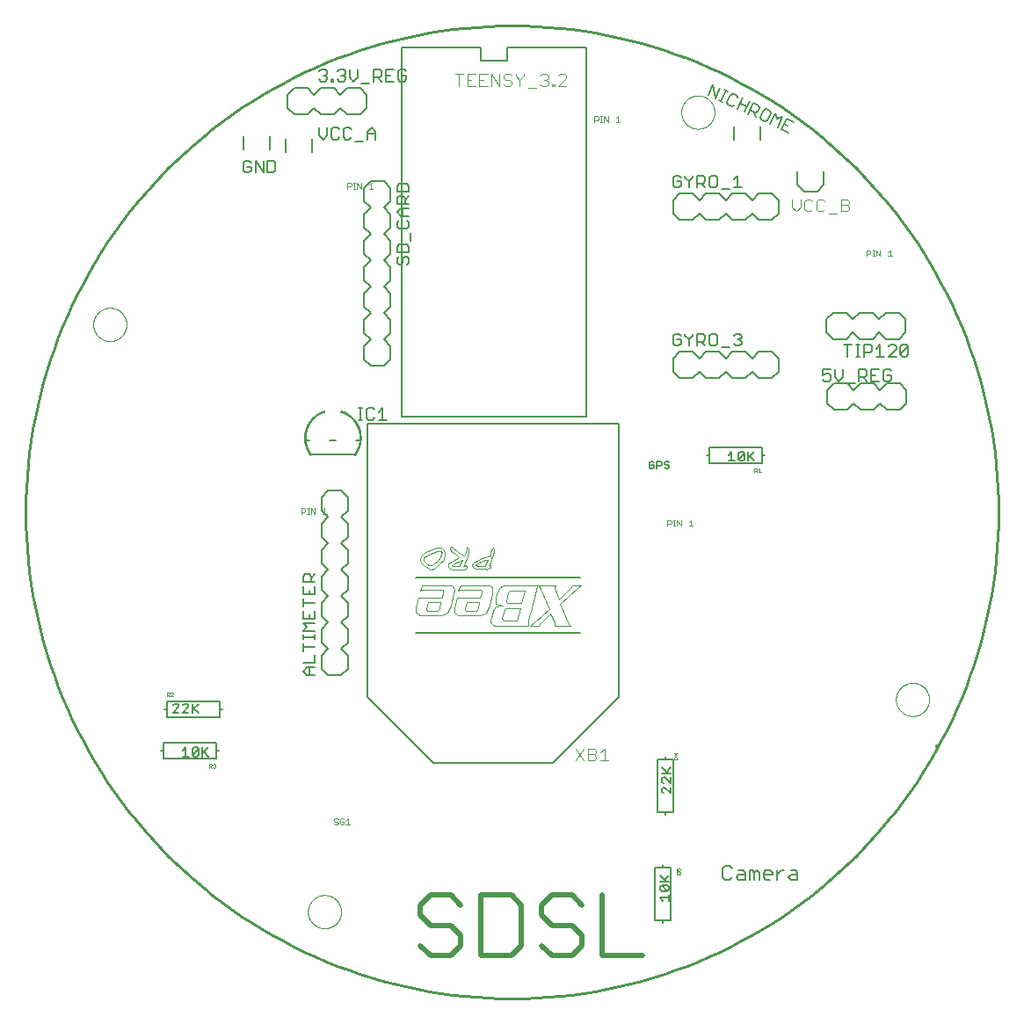
<source format=gto>
G04 EAGLE Gerber X2 export*
%TF.Part,Single*%
%TF.FileFunction,Other,Silk top*%
%TF.FilePolarity,Positive*%
%TF.GenerationSoftware,Autodesk,EAGLE,9.0.0*%
%TF.CreationDate,2018-04-20T04:20:38Z*%
G75*
%MOMM*%
%FSLAX34Y34*%
%LPD*%
%AMOC8*
5,1,8,0,0,1.08239X$1,22.5*%
G01*
%ADD10C,0.508000*%
%ADD11C,0.254000*%
%ADD12C,0.127000*%
%ADD13C,0.406400*%
%ADD14C,0.000000*%
%ADD15C,0.050800*%
%ADD16C,0.152400*%
%ADD17C,0.203200*%
%ADD18C,0.101600*%
%ADD19C,0.015238*%
%ADD20C,0.025400*%


D10*
X-49328Y-380281D02*
X-59073Y-370536D01*
X-78563Y-370536D01*
X-88308Y-380281D01*
X-88308Y-390026D01*
X-78563Y-399771D01*
X-59073Y-399771D01*
X-49328Y-409516D01*
X-49328Y-419261D01*
X-59073Y-429006D01*
X-78563Y-429006D01*
X-88308Y-419261D01*
X-29838Y-429006D02*
X-29838Y-370536D01*
X-29838Y-429006D02*
X-603Y-429006D01*
X9142Y-419261D01*
X9142Y-380281D01*
X-603Y-370536D01*
X-29838Y-370536D01*
X57867Y-370536D02*
X67612Y-380281D01*
X57867Y-370536D02*
X38377Y-370536D01*
X28632Y-380281D01*
X28632Y-390026D01*
X38377Y-399771D01*
X57867Y-399771D01*
X67612Y-409516D01*
X67612Y-419261D01*
X57867Y-429006D01*
X38377Y-429006D01*
X28632Y-419261D01*
X87102Y-429006D02*
X87102Y-370536D01*
X87102Y-429006D02*
X126082Y-429006D01*
D11*
X-468441Y-1524D02*
X-468300Y9972D01*
X-467877Y21461D01*
X-467172Y32937D01*
X-466185Y44391D01*
X-464918Y55818D01*
X-463371Y67211D01*
X-461544Y78562D01*
X-459440Y89864D01*
X-457059Y101112D01*
X-454402Y112298D01*
X-451472Y123415D01*
X-448270Y134457D01*
X-444798Y145417D01*
X-441058Y156289D01*
X-437052Y167066D01*
X-432783Y177741D01*
X-428253Y188308D01*
X-423466Y198760D01*
X-418423Y209092D01*
X-413128Y219298D01*
X-407584Y229370D01*
X-401795Y239303D01*
X-395764Y249091D01*
X-389494Y258728D01*
X-382990Y268208D01*
X-376255Y277526D01*
X-369294Y286676D01*
X-362110Y295652D01*
X-354708Y304449D01*
X-347092Y313062D01*
X-339267Y321485D01*
X-331238Y329714D01*
X-323009Y337743D01*
X-314586Y345568D01*
X-305973Y353184D01*
X-297176Y360586D01*
X-288200Y367770D01*
X-279050Y374731D01*
X-269732Y381466D01*
X-260252Y387970D01*
X-250615Y394240D01*
X-240827Y400271D01*
X-230894Y406060D01*
X-220822Y411604D01*
X-210616Y416899D01*
X-200284Y421942D01*
X-189832Y426729D01*
X-179265Y431259D01*
X-168590Y435528D01*
X-157813Y439534D01*
X-146941Y443274D01*
X-135981Y446746D01*
X-124939Y449948D01*
X-113822Y452878D01*
X-102636Y455535D01*
X-91388Y457916D01*
X-80086Y460020D01*
X-68735Y461847D01*
X-57342Y463394D01*
X-45915Y464661D01*
X-34461Y465648D01*
X-22985Y466353D01*
X-11496Y466776D01*
X0Y466917D01*
X11496Y466776D01*
X22985Y466353D01*
X34461Y465648D01*
X45915Y464661D01*
X57342Y463394D01*
X68735Y461847D01*
X80086Y460020D01*
X91388Y457916D01*
X102636Y455535D01*
X113822Y452878D01*
X124939Y449948D01*
X135981Y446746D01*
X146941Y443274D01*
X157813Y439534D01*
X168590Y435528D01*
X179265Y431259D01*
X189832Y426729D01*
X200284Y421942D01*
X210616Y416899D01*
X220822Y411604D01*
X230894Y406060D01*
X240827Y400271D01*
X250615Y394240D01*
X260252Y387970D01*
X269732Y381466D01*
X279050Y374731D01*
X288200Y367770D01*
X297176Y360586D01*
X305973Y353184D01*
X314586Y345568D01*
X323009Y337743D01*
X331238Y329714D01*
X339267Y321485D01*
X347092Y313062D01*
X354708Y304449D01*
X362110Y295652D01*
X369294Y286676D01*
X376255Y277526D01*
X382990Y268208D01*
X389494Y258728D01*
X395764Y249091D01*
X401795Y239303D01*
X407584Y229370D01*
X413128Y219298D01*
X418423Y209092D01*
X423466Y198760D01*
X428253Y188308D01*
X432783Y177741D01*
X437052Y167066D01*
X441058Y156289D01*
X444798Y145417D01*
X448270Y134457D01*
X451472Y123415D01*
X454402Y112298D01*
X457059Y101112D01*
X459440Y89864D01*
X461544Y78562D01*
X463371Y67211D01*
X464918Y55818D01*
X466185Y44391D01*
X467172Y32937D01*
X467877Y21461D01*
X468300Y9972D01*
X468441Y-1524D01*
X468300Y-13020D01*
X467877Y-24509D01*
X467172Y-35985D01*
X466185Y-47439D01*
X464918Y-58866D01*
X463371Y-70259D01*
X461544Y-81610D01*
X459440Y-92912D01*
X457059Y-104160D01*
X454402Y-115346D01*
X451472Y-126463D01*
X448270Y-137505D01*
X444798Y-148465D01*
X441058Y-159337D01*
X437052Y-170114D01*
X432783Y-180789D01*
X428253Y-191356D01*
X423466Y-201808D01*
X418423Y-212140D01*
X413128Y-222346D01*
X407584Y-232418D01*
X401795Y-242351D01*
X395764Y-252139D01*
X389494Y-261776D01*
X382990Y-271256D01*
X376255Y-280574D01*
X369294Y-289724D01*
X362110Y-298700D01*
X354708Y-307497D01*
X347092Y-316110D01*
X339267Y-324533D01*
X331238Y-332762D01*
X323009Y-340791D01*
X314586Y-348616D01*
X305973Y-356232D01*
X297176Y-363634D01*
X288200Y-370818D01*
X279050Y-377779D01*
X269732Y-384514D01*
X260252Y-391018D01*
X250615Y-397288D01*
X240827Y-403319D01*
X230894Y-409108D01*
X220822Y-414652D01*
X210616Y-419947D01*
X200284Y-424990D01*
X189832Y-429777D01*
X179265Y-434307D01*
X168590Y-438576D01*
X157813Y-442582D01*
X146941Y-446322D01*
X135981Y-449794D01*
X124939Y-452996D01*
X113822Y-455926D01*
X102636Y-458583D01*
X91388Y-460964D01*
X80086Y-463068D01*
X68735Y-464895D01*
X57342Y-466442D01*
X45915Y-467709D01*
X34461Y-468696D01*
X22985Y-469401D01*
X11496Y-469824D01*
X0Y-469965D01*
X-11496Y-469824D01*
X-22985Y-469401D01*
X-34461Y-468696D01*
X-45915Y-467709D01*
X-57342Y-466442D01*
X-68735Y-464895D01*
X-80086Y-463068D01*
X-91388Y-460964D01*
X-102636Y-458583D01*
X-113822Y-455926D01*
X-124939Y-452996D01*
X-135981Y-449794D01*
X-146941Y-446322D01*
X-157813Y-442582D01*
X-168590Y-438576D01*
X-179265Y-434307D01*
X-189832Y-429777D01*
X-200284Y-424990D01*
X-210616Y-419947D01*
X-220822Y-414652D01*
X-230894Y-409108D01*
X-240827Y-403319D01*
X-250615Y-397288D01*
X-260252Y-391018D01*
X-269732Y-384514D01*
X-279050Y-377779D01*
X-288200Y-370818D01*
X-297176Y-363634D01*
X-305973Y-356232D01*
X-314586Y-348616D01*
X-323009Y-340791D01*
X-331238Y-332762D01*
X-339267Y-324533D01*
X-347092Y-316110D01*
X-354708Y-307497D01*
X-362110Y-298700D01*
X-369294Y-289724D01*
X-376255Y-280574D01*
X-382990Y-271256D01*
X-389494Y-261776D01*
X-395764Y-252139D01*
X-401795Y-242351D01*
X-407584Y-232418D01*
X-413128Y-222346D01*
X-418423Y-212140D01*
X-423466Y-201808D01*
X-428253Y-191356D01*
X-432783Y-180789D01*
X-437052Y-170114D01*
X-441058Y-159337D01*
X-444798Y-148465D01*
X-448270Y-137505D01*
X-451472Y-126463D01*
X-454402Y-115346D01*
X-457059Y-104160D01*
X-459440Y-92912D01*
X-461544Y-81610D01*
X-463371Y-70259D01*
X-464918Y-58866D01*
X-466185Y-47439D01*
X-467172Y-35985D01*
X-467877Y-24509D01*
X-468300Y-13020D01*
X-468441Y-1524D01*
D12*
X209556Y-342508D02*
X211716Y-344669D01*
X209556Y-342508D02*
X205234Y-342508D01*
X203073Y-344669D01*
X203073Y-353312D01*
X205234Y-355473D01*
X209556Y-355473D01*
X211716Y-353312D01*
X218331Y-346830D02*
X222653Y-346830D01*
X224814Y-348990D01*
X224814Y-355473D01*
X218331Y-355473D01*
X216170Y-353312D01*
X218331Y-351151D01*
X224814Y-351151D01*
X229268Y-346830D02*
X229268Y-355473D01*
X229268Y-346830D02*
X231428Y-346830D01*
X233589Y-348990D01*
X233589Y-355473D01*
X233589Y-348990D02*
X235750Y-346830D01*
X237911Y-348990D01*
X237911Y-355473D01*
X244526Y-355473D02*
X248847Y-355473D01*
X244526Y-355473D02*
X242365Y-353312D01*
X242365Y-348990D01*
X244526Y-346830D01*
X248847Y-346830D01*
X251008Y-348990D01*
X251008Y-351151D01*
X242365Y-351151D01*
X255462Y-355473D02*
X255462Y-346830D01*
X255462Y-351151D02*
X259784Y-346830D01*
X261945Y-346830D01*
X268537Y-346830D02*
X272859Y-346830D01*
X275020Y-348990D01*
X275020Y-355473D01*
X268537Y-355473D01*
X266376Y-353312D01*
X268537Y-351151D01*
X275020Y-351151D01*
D13*
X409634Y-227580D02*
X409742Y-227350D01*
D14*
X163070Y383540D02*
X163075Y383933D01*
X163089Y384325D01*
X163113Y384717D01*
X163147Y385108D01*
X163190Y385499D01*
X163243Y385888D01*
X163306Y386275D01*
X163377Y386661D01*
X163459Y387046D01*
X163549Y387428D01*
X163650Y387807D01*
X163759Y388185D01*
X163878Y388559D01*
X164005Y388930D01*
X164142Y389298D01*
X164288Y389663D01*
X164443Y390024D01*
X164606Y390381D01*
X164778Y390734D01*
X164959Y391082D01*
X165149Y391426D01*
X165346Y391766D01*
X165552Y392100D01*
X165766Y392429D01*
X165989Y392753D01*
X166219Y393071D01*
X166456Y393384D01*
X166702Y393690D01*
X166955Y393991D01*
X167215Y394285D01*
X167482Y394573D01*
X167756Y394854D01*
X168037Y395128D01*
X168325Y395395D01*
X168619Y395655D01*
X168920Y395908D01*
X169226Y396154D01*
X169539Y396391D01*
X169857Y396621D01*
X170181Y396844D01*
X170510Y397058D01*
X170844Y397264D01*
X171184Y397461D01*
X171528Y397651D01*
X171876Y397832D01*
X172229Y398004D01*
X172586Y398167D01*
X172947Y398322D01*
X173312Y398468D01*
X173680Y398605D01*
X174051Y398732D01*
X174425Y398851D01*
X174803Y398960D01*
X175182Y399061D01*
X175564Y399151D01*
X175949Y399233D01*
X176335Y399304D01*
X176722Y399367D01*
X177111Y399420D01*
X177502Y399463D01*
X177893Y399497D01*
X178285Y399521D01*
X178677Y399535D01*
X179070Y399540D01*
X179463Y399535D01*
X179855Y399521D01*
X180247Y399497D01*
X180638Y399463D01*
X181029Y399420D01*
X181418Y399367D01*
X181805Y399304D01*
X182191Y399233D01*
X182576Y399151D01*
X182958Y399061D01*
X183337Y398960D01*
X183715Y398851D01*
X184089Y398732D01*
X184460Y398605D01*
X184828Y398468D01*
X185193Y398322D01*
X185554Y398167D01*
X185911Y398004D01*
X186264Y397832D01*
X186612Y397651D01*
X186956Y397461D01*
X187296Y397264D01*
X187630Y397058D01*
X187959Y396844D01*
X188283Y396621D01*
X188601Y396391D01*
X188914Y396154D01*
X189220Y395908D01*
X189521Y395655D01*
X189815Y395395D01*
X190103Y395128D01*
X190384Y394854D01*
X190658Y394573D01*
X190925Y394285D01*
X191185Y393991D01*
X191438Y393690D01*
X191684Y393384D01*
X191921Y393071D01*
X192151Y392753D01*
X192374Y392429D01*
X192588Y392100D01*
X192794Y391766D01*
X192991Y391426D01*
X193181Y391082D01*
X193362Y390734D01*
X193534Y390381D01*
X193697Y390024D01*
X193852Y389663D01*
X193998Y389298D01*
X194135Y388930D01*
X194262Y388559D01*
X194381Y388185D01*
X194490Y387807D01*
X194591Y387428D01*
X194681Y387046D01*
X194763Y386661D01*
X194834Y386275D01*
X194897Y385888D01*
X194950Y385499D01*
X194993Y385108D01*
X195027Y384717D01*
X195051Y384325D01*
X195065Y383933D01*
X195070Y383540D01*
X195065Y383147D01*
X195051Y382755D01*
X195027Y382363D01*
X194993Y381972D01*
X194950Y381581D01*
X194897Y381192D01*
X194834Y380805D01*
X194763Y380419D01*
X194681Y380034D01*
X194591Y379652D01*
X194490Y379273D01*
X194381Y378895D01*
X194262Y378521D01*
X194135Y378150D01*
X193998Y377782D01*
X193852Y377417D01*
X193697Y377056D01*
X193534Y376699D01*
X193362Y376346D01*
X193181Y375998D01*
X192991Y375654D01*
X192794Y375314D01*
X192588Y374980D01*
X192374Y374651D01*
X192151Y374327D01*
X191921Y374009D01*
X191684Y373696D01*
X191438Y373390D01*
X191185Y373089D01*
X190925Y372795D01*
X190658Y372507D01*
X190384Y372226D01*
X190103Y371952D01*
X189815Y371685D01*
X189521Y371425D01*
X189220Y371172D01*
X188914Y370926D01*
X188601Y370689D01*
X188283Y370459D01*
X187959Y370236D01*
X187630Y370022D01*
X187296Y369816D01*
X186956Y369619D01*
X186612Y369429D01*
X186264Y369248D01*
X185911Y369076D01*
X185554Y368913D01*
X185193Y368758D01*
X184828Y368612D01*
X184460Y368475D01*
X184089Y368348D01*
X183715Y368229D01*
X183337Y368120D01*
X182958Y368019D01*
X182576Y367929D01*
X182191Y367847D01*
X181805Y367776D01*
X181418Y367713D01*
X181029Y367660D01*
X180638Y367617D01*
X180247Y367583D01*
X179855Y367559D01*
X179463Y367545D01*
X179070Y367540D01*
X178677Y367545D01*
X178285Y367559D01*
X177893Y367583D01*
X177502Y367617D01*
X177111Y367660D01*
X176722Y367713D01*
X176335Y367776D01*
X175949Y367847D01*
X175564Y367929D01*
X175182Y368019D01*
X174803Y368120D01*
X174425Y368229D01*
X174051Y368348D01*
X173680Y368475D01*
X173312Y368612D01*
X172947Y368758D01*
X172586Y368913D01*
X172229Y369076D01*
X171876Y369248D01*
X171528Y369429D01*
X171184Y369619D01*
X170844Y369816D01*
X170510Y370022D01*
X170181Y370236D01*
X169857Y370459D01*
X169539Y370689D01*
X169226Y370926D01*
X168920Y371172D01*
X168619Y371425D01*
X168325Y371685D01*
X168037Y371952D01*
X167756Y372226D01*
X167482Y372507D01*
X167215Y372795D01*
X166955Y373089D01*
X166702Y373390D01*
X166456Y373696D01*
X166219Y374009D01*
X165989Y374327D01*
X165766Y374651D01*
X165552Y374980D01*
X165346Y375314D01*
X165149Y375654D01*
X164959Y375998D01*
X164778Y376346D01*
X164606Y376699D01*
X164443Y377056D01*
X164288Y377417D01*
X164142Y377782D01*
X164005Y378150D01*
X163878Y378521D01*
X163759Y378895D01*
X163650Y379273D01*
X163549Y379652D01*
X163459Y380034D01*
X163377Y380419D01*
X163306Y380805D01*
X163243Y381192D01*
X163190Y381581D01*
X163147Y381972D01*
X163113Y382363D01*
X163089Y382755D01*
X163075Y383147D01*
X163070Y383540D01*
X369826Y-182118D02*
X369831Y-181725D01*
X369845Y-181333D01*
X369869Y-180941D01*
X369903Y-180550D01*
X369946Y-180159D01*
X369999Y-179770D01*
X370062Y-179383D01*
X370133Y-178997D01*
X370215Y-178612D01*
X370305Y-178230D01*
X370406Y-177851D01*
X370515Y-177473D01*
X370634Y-177099D01*
X370761Y-176728D01*
X370898Y-176360D01*
X371044Y-175995D01*
X371199Y-175634D01*
X371362Y-175277D01*
X371534Y-174924D01*
X371715Y-174576D01*
X371905Y-174232D01*
X372102Y-173892D01*
X372308Y-173558D01*
X372522Y-173229D01*
X372745Y-172905D01*
X372975Y-172587D01*
X373212Y-172274D01*
X373458Y-171968D01*
X373711Y-171667D01*
X373971Y-171373D01*
X374238Y-171085D01*
X374512Y-170804D01*
X374793Y-170530D01*
X375081Y-170263D01*
X375375Y-170003D01*
X375676Y-169750D01*
X375982Y-169504D01*
X376295Y-169267D01*
X376613Y-169037D01*
X376937Y-168814D01*
X377266Y-168600D01*
X377600Y-168394D01*
X377940Y-168197D01*
X378284Y-168007D01*
X378632Y-167826D01*
X378985Y-167654D01*
X379342Y-167491D01*
X379703Y-167336D01*
X380068Y-167190D01*
X380436Y-167053D01*
X380807Y-166926D01*
X381181Y-166807D01*
X381559Y-166698D01*
X381938Y-166597D01*
X382320Y-166507D01*
X382705Y-166425D01*
X383091Y-166354D01*
X383478Y-166291D01*
X383867Y-166238D01*
X384258Y-166195D01*
X384649Y-166161D01*
X385041Y-166137D01*
X385433Y-166123D01*
X385826Y-166118D01*
X386219Y-166123D01*
X386611Y-166137D01*
X387003Y-166161D01*
X387394Y-166195D01*
X387785Y-166238D01*
X388174Y-166291D01*
X388561Y-166354D01*
X388947Y-166425D01*
X389332Y-166507D01*
X389714Y-166597D01*
X390093Y-166698D01*
X390471Y-166807D01*
X390845Y-166926D01*
X391216Y-167053D01*
X391584Y-167190D01*
X391949Y-167336D01*
X392310Y-167491D01*
X392667Y-167654D01*
X393020Y-167826D01*
X393368Y-168007D01*
X393712Y-168197D01*
X394052Y-168394D01*
X394386Y-168600D01*
X394715Y-168814D01*
X395039Y-169037D01*
X395357Y-169267D01*
X395670Y-169504D01*
X395976Y-169750D01*
X396277Y-170003D01*
X396571Y-170263D01*
X396859Y-170530D01*
X397140Y-170804D01*
X397414Y-171085D01*
X397681Y-171373D01*
X397941Y-171667D01*
X398194Y-171968D01*
X398440Y-172274D01*
X398677Y-172587D01*
X398907Y-172905D01*
X399130Y-173229D01*
X399344Y-173558D01*
X399550Y-173892D01*
X399747Y-174232D01*
X399937Y-174576D01*
X400118Y-174924D01*
X400290Y-175277D01*
X400453Y-175634D01*
X400608Y-175995D01*
X400754Y-176360D01*
X400891Y-176728D01*
X401018Y-177099D01*
X401137Y-177473D01*
X401246Y-177851D01*
X401347Y-178230D01*
X401437Y-178612D01*
X401519Y-178997D01*
X401590Y-179383D01*
X401653Y-179770D01*
X401706Y-180159D01*
X401749Y-180550D01*
X401783Y-180941D01*
X401807Y-181333D01*
X401821Y-181725D01*
X401826Y-182118D01*
X401821Y-182511D01*
X401807Y-182903D01*
X401783Y-183295D01*
X401749Y-183686D01*
X401706Y-184077D01*
X401653Y-184466D01*
X401590Y-184853D01*
X401519Y-185239D01*
X401437Y-185624D01*
X401347Y-186006D01*
X401246Y-186385D01*
X401137Y-186763D01*
X401018Y-187137D01*
X400891Y-187508D01*
X400754Y-187876D01*
X400608Y-188241D01*
X400453Y-188602D01*
X400290Y-188959D01*
X400118Y-189312D01*
X399937Y-189660D01*
X399747Y-190004D01*
X399550Y-190344D01*
X399344Y-190678D01*
X399130Y-191007D01*
X398907Y-191331D01*
X398677Y-191649D01*
X398440Y-191962D01*
X398194Y-192268D01*
X397941Y-192569D01*
X397681Y-192863D01*
X397414Y-193151D01*
X397140Y-193432D01*
X396859Y-193706D01*
X396571Y-193973D01*
X396277Y-194233D01*
X395976Y-194486D01*
X395670Y-194732D01*
X395357Y-194969D01*
X395039Y-195199D01*
X394715Y-195422D01*
X394386Y-195636D01*
X394052Y-195842D01*
X393712Y-196039D01*
X393368Y-196229D01*
X393020Y-196410D01*
X392667Y-196582D01*
X392310Y-196745D01*
X391949Y-196900D01*
X391584Y-197046D01*
X391216Y-197183D01*
X390845Y-197310D01*
X390471Y-197429D01*
X390093Y-197538D01*
X389714Y-197639D01*
X389332Y-197729D01*
X388947Y-197811D01*
X388561Y-197882D01*
X388174Y-197945D01*
X387785Y-197998D01*
X387394Y-198041D01*
X387003Y-198075D01*
X386611Y-198099D01*
X386219Y-198113D01*
X385826Y-198118D01*
X385433Y-198113D01*
X385041Y-198099D01*
X384649Y-198075D01*
X384258Y-198041D01*
X383867Y-197998D01*
X383478Y-197945D01*
X383091Y-197882D01*
X382705Y-197811D01*
X382320Y-197729D01*
X381938Y-197639D01*
X381559Y-197538D01*
X381181Y-197429D01*
X380807Y-197310D01*
X380436Y-197183D01*
X380068Y-197046D01*
X379703Y-196900D01*
X379342Y-196745D01*
X378985Y-196582D01*
X378632Y-196410D01*
X378284Y-196229D01*
X377940Y-196039D01*
X377600Y-195842D01*
X377266Y-195636D01*
X376937Y-195422D01*
X376613Y-195199D01*
X376295Y-194969D01*
X375982Y-194732D01*
X375676Y-194486D01*
X375375Y-194233D01*
X375081Y-193973D01*
X374793Y-193706D01*
X374512Y-193432D01*
X374238Y-193151D01*
X373971Y-192863D01*
X373711Y-192569D01*
X373458Y-192268D01*
X373212Y-191962D01*
X372975Y-191649D01*
X372745Y-191331D01*
X372522Y-191007D01*
X372308Y-190678D01*
X372102Y-190344D01*
X371905Y-190004D01*
X371715Y-189660D01*
X371534Y-189312D01*
X371362Y-188959D01*
X371199Y-188602D01*
X371044Y-188241D01*
X370898Y-187876D01*
X370761Y-187508D01*
X370634Y-187137D01*
X370515Y-186763D01*
X370406Y-186385D01*
X370305Y-186006D01*
X370215Y-185624D01*
X370133Y-185239D01*
X370062Y-184853D01*
X369999Y-184466D01*
X369946Y-184077D01*
X369903Y-183686D01*
X369869Y-183295D01*
X369845Y-182903D01*
X369831Y-182511D01*
X369826Y-182118D01*
X-403350Y179070D02*
X-403345Y179463D01*
X-403331Y179855D01*
X-403307Y180247D01*
X-403273Y180638D01*
X-403230Y181029D01*
X-403177Y181418D01*
X-403114Y181805D01*
X-403043Y182191D01*
X-402961Y182576D01*
X-402871Y182958D01*
X-402770Y183337D01*
X-402661Y183715D01*
X-402542Y184089D01*
X-402415Y184460D01*
X-402278Y184828D01*
X-402132Y185193D01*
X-401977Y185554D01*
X-401814Y185911D01*
X-401642Y186264D01*
X-401461Y186612D01*
X-401271Y186956D01*
X-401074Y187296D01*
X-400868Y187630D01*
X-400654Y187959D01*
X-400431Y188283D01*
X-400201Y188601D01*
X-399964Y188914D01*
X-399718Y189220D01*
X-399465Y189521D01*
X-399205Y189815D01*
X-398938Y190103D01*
X-398664Y190384D01*
X-398383Y190658D01*
X-398095Y190925D01*
X-397801Y191185D01*
X-397500Y191438D01*
X-397194Y191684D01*
X-396881Y191921D01*
X-396563Y192151D01*
X-396239Y192374D01*
X-395910Y192588D01*
X-395576Y192794D01*
X-395236Y192991D01*
X-394892Y193181D01*
X-394544Y193362D01*
X-394191Y193534D01*
X-393834Y193697D01*
X-393473Y193852D01*
X-393108Y193998D01*
X-392740Y194135D01*
X-392369Y194262D01*
X-391995Y194381D01*
X-391617Y194490D01*
X-391238Y194591D01*
X-390856Y194681D01*
X-390471Y194763D01*
X-390085Y194834D01*
X-389698Y194897D01*
X-389309Y194950D01*
X-388918Y194993D01*
X-388527Y195027D01*
X-388135Y195051D01*
X-387743Y195065D01*
X-387350Y195070D01*
X-386957Y195065D01*
X-386565Y195051D01*
X-386173Y195027D01*
X-385782Y194993D01*
X-385391Y194950D01*
X-385002Y194897D01*
X-384615Y194834D01*
X-384229Y194763D01*
X-383844Y194681D01*
X-383462Y194591D01*
X-383083Y194490D01*
X-382705Y194381D01*
X-382331Y194262D01*
X-381960Y194135D01*
X-381592Y193998D01*
X-381227Y193852D01*
X-380866Y193697D01*
X-380509Y193534D01*
X-380156Y193362D01*
X-379808Y193181D01*
X-379464Y192991D01*
X-379124Y192794D01*
X-378790Y192588D01*
X-378461Y192374D01*
X-378137Y192151D01*
X-377819Y191921D01*
X-377506Y191684D01*
X-377200Y191438D01*
X-376899Y191185D01*
X-376605Y190925D01*
X-376317Y190658D01*
X-376036Y190384D01*
X-375762Y190103D01*
X-375495Y189815D01*
X-375235Y189521D01*
X-374982Y189220D01*
X-374736Y188914D01*
X-374499Y188601D01*
X-374269Y188283D01*
X-374046Y187959D01*
X-373832Y187630D01*
X-373626Y187296D01*
X-373429Y186956D01*
X-373239Y186612D01*
X-373058Y186264D01*
X-372886Y185911D01*
X-372723Y185554D01*
X-372568Y185193D01*
X-372422Y184828D01*
X-372285Y184460D01*
X-372158Y184089D01*
X-372039Y183715D01*
X-371930Y183337D01*
X-371829Y182958D01*
X-371739Y182576D01*
X-371657Y182191D01*
X-371586Y181805D01*
X-371523Y181418D01*
X-371470Y181029D01*
X-371427Y180638D01*
X-371393Y180247D01*
X-371369Y179855D01*
X-371355Y179463D01*
X-371350Y179070D01*
X-371355Y178677D01*
X-371369Y178285D01*
X-371393Y177893D01*
X-371427Y177502D01*
X-371470Y177111D01*
X-371523Y176722D01*
X-371586Y176335D01*
X-371657Y175949D01*
X-371739Y175564D01*
X-371829Y175182D01*
X-371930Y174803D01*
X-372039Y174425D01*
X-372158Y174051D01*
X-372285Y173680D01*
X-372422Y173312D01*
X-372568Y172947D01*
X-372723Y172586D01*
X-372886Y172229D01*
X-373058Y171876D01*
X-373239Y171528D01*
X-373429Y171184D01*
X-373626Y170844D01*
X-373832Y170510D01*
X-374046Y170181D01*
X-374269Y169857D01*
X-374499Y169539D01*
X-374736Y169226D01*
X-374982Y168920D01*
X-375235Y168619D01*
X-375495Y168325D01*
X-375762Y168037D01*
X-376036Y167756D01*
X-376317Y167482D01*
X-376605Y167215D01*
X-376899Y166955D01*
X-377200Y166702D01*
X-377506Y166456D01*
X-377819Y166219D01*
X-378137Y165989D01*
X-378461Y165766D01*
X-378790Y165552D01*
X-379124Y165346D01*
X-379464Y165149D01*
X-379808Y164959D01*
X-380156Y164778D01*
X-380509Y164606D01*
X-380866Y164443D01*
X-381227Y164288D01*
X-381592Y164142D01*
X-381960Y164005D01*
X-382331Y163878D01*
X-382705Y163759D01*
X-383083Y163650D01*
X-383462Y163549D01*
X-383844Y163459D01*
X-384229Y163377D01*
X-384615Y163306D01*
X-385002Y163243D01*
X-385391Y163190D01*
X-385782Y163147D01*
X-386173Y163113D01*
X-386565Y163089D01*
X-386957Y163075D01*
X-387350Y163070D01*
X-387743Y163075D01*
X-388135Y163089D01*
X-388527Y163113D01*
X-388918Y163147D01*
X-389309Y163190D01*
X-389698Y163243D01*
X-390085Y163306D01*
X-390471Y163377D01*
X-390856Y163459D01*
X-391238Y163549D01*
X-391617Y163650D01*
X-391995Y163759D01*
X-392369Y163878D01*
X-392740Y164005D01*
X-393108Y164142D01*
X-393473Y164288D01*
X-393834Y164443D01*
X-394191Y164606D01*
X-394544Y164778D01*
X-394892Y164959D01*
X-395236Y165149D01*
X-395576Y165346D01*
X-395910Y165552D01*
X-396239Y165766D01*
X-396563Y165989D01*
X-396881Y166219D01*
X-397194Y166456D01*
X-397500Y166702D01*
X-397801Y166955D01*
X-398095Y167215D01*
X-398383Y167482D01*
X-398664Y167756D01*
X-398938Y168037D01*
X-399205Y168325D01*
X-399465Y168619D01*
X-399718Y168920D01*
X-399964Y169226D01*
X-400201Y169539D01*
X-400431Y169857D01*
X-400654Y170181D01*
X-400868Y170510D01*
X-401074Y170844D01*
X-401271Y171184D01*
X-401461Y171528D01*
X-401642Y171876D01*
X-401814Y172229D01*
X-401977Y172586D01*
X-402132Y172947D01*
X-402278Y173312D01*
X-402415Y173680D01*
X-402542Y174051D01*
X-402661Y174425D01*
X-402770Y174803D01*
X-402871Y175182D01*
X-402961Y175564D01*
X-403043Y175949D01*
X-403114Y176335D01*
X-403177Y176722D01*
X-403230Y177111D01*
X-403273Y177502D01*
X-403307Y177893D01*
X-403331Y178285D01*
X-403345Y178677D01*
X-403350Y179070D01*
X-196594Y-386588D02*
X-196589Y-386195D01*
X-196575Y-385803D01*
X-196551Y-385411D01*
X-196517Y-385020D01*
X-196474Y-384629D01*
X-196421Y-384240D01*
X-196358Y-383853D01*
X-196287Y-383467D01*
X-196205Y-383082D01*
X-196115Y-382700D01*
X-196014Y-382321D01*
X-195905Y-381943D01*
X-195786Y-381569D01*
X-195659Y-381198D01*
X-195522Y-380830D01*
X-195376Y-380465D01*
X-195221Y-380104D01*
X-195058Y-379747D01*
X-194886Y-379394D01*
X-194705Y-379046D01*
X-194515Y-378702D01*
X-194318Y-378362D01*
X-194112Y-378028D01*
X-193898Y-377699D01*
X-193675Y-377375D01*
X-193445Y-377057D01*
X-193208Y-376744D01*
X-192962Y-376438D01*
X-192709Y-376137D01*
X-192449Y-375843D01*
X-192182Y-375555D01*
X-191908Y-375274D01*
X-191627Y-375000D01*
X-191339Y-374733D01*
X-191045Y-374473D01*
X-190744Y-374220D01*
X-190438Y-373974D01*
X-190125Y-373737D01*
X-189807Y-373507D01*
X-189483Y-373284D01*
X-189154Y-373070D01*
X-188820Y-372864D01*
X-188480Y-372667D01*
X-188136Y-372477D01*
X-187788Y-372296D01*
X-187435Y-372124D01*
X-187078Y-371961D01*
X-186717Y-371806D01*
X-186352Y-371660D01*
X-185984Y-371523D01*
X-185613Y-371396D01*
X-185239Y-371277D01*
X-184861Y-371168D01*
X-184482Y-371067D01*
X-184100Y-370977D01*
X-183715Y-370895D01*
X-183329Y-370824D01*
X-182942Y-370761D01*
X-182553Y-370708D01*
X-182162Y-370665D01*
X-181771Y-370631D01*
X-181379Y-370607D01*
X-180987Y-370593D01*
X-180594Y-370588D01*
X-180201Y-370593D01*
X-179809Y-370607D01*
X-179417Y-370631D01*
X-179026Y-370665D01*
X-178635Y-370708D01*
X-178246Y-370761D01*
X-177859Y-370824D01*
X-177473Y-370895D01*
X-177088Y-370977D01*
X-176706Y-371067D01*
X-176327Y-371168D01*
X-175949Y-371277D01*
X-175575Y-371396D01*
X-175204Y-371523D01*
X-174836Y-371660D01*
X-174471Y-371806D01*
X-174110Y-371961D01*
X-173753Y-372124D01*
X-173400Y-372296D01*
X-173052Y-372477D01*
X-172708Y-372667D01*
X-172368Y-372864D01*
X-172034Y-373070D01*
X-171705Y-373284D01*
X-171381Y-373507D01*
X-171063Y-373737D01*
X-170750Y-373974D01*
X-170444Y-374220D01*
X-170143Y-374473D01*
X-169849Y-374733D01*
X-169561Y-375000D01*
X-169280Y-375274D01*
X-169006Y-375555D01*
X-168739Y-375843D01*
X-168479Y-376137D01*
X-168226Y-376438D01*
X-167980Y-376744D01*
X-167743Y-377057D01*
X-167513Y-377375D01*
X-167290Y-377699D01*
X-167076Y-378028D01*
X-166870Y-378362D01*
X-166673Y-378702D01*
X-166483Y-379046D01*
X-166302Y-379394D01*
X-166130Y-379747D01*
X-165967Y-380104D01*
X-165812Y-380465D01*
X-165666Y-380830D01*
X-165529Y-381198D01*
X-165402Y-381569D01*
X-165283Y-381943D01*
X-165174Y-382321D01*
X-165073Y-382700D01*
X-164983Y-383082D01*
X-164901Y-383467D01*
X-164830Y-383853D01*
X-164767Y-384240D01*
X-164714Y-384629D01*
X-164671Y-385020D01*
X-164637Y-385411D01*
X-164613Y-385803D01*
X-164599Y-386195D01*
X-164594Y-386588D01*
X-164599Y-386981D01*
X-164613Y-387373D01*
X-164637Y-387765D01*
X-164671Y-388156D01*
X-164714Y-388547D01*
X-164767Y-388936D01*
X-164830Y-389323D01*
X-164901Y-389709D01*
X-164983Y-390094D01*
X-165073Y-390476D01*
X-165174Y-390855D01*
X-165283Y-391233D01*
X-165402Y-391607D01*
X-165529Y-391978D01*
X-165666Y-392346D01*
X-165812Y-392711D01*
X-165967Y-393072D01*
X-166130Y-393429D01*
X-166302Y-393782D01*
X-166483Y-394130D01*
X-166673Y-394474D01*
X-166870Y-394814D01*
X-167076Y-395148D01*
X-167290Y-395477D01*
X-167513Y-395801D01*
X-167743Y-396119D01*
X-167980Y-396432D01*
X-168226Y-396738D01*
X-168479Y-397039D01*
X-168739Y-397333D01*
X-169006Y-397621D01*
X-169280Y-397902D01*
X-169561Y-398176D01*
X-169849Y-398443D01*
X-170143Y-398703D01*
X-170444Y-398956D01*
X-170750Y-399202D01*
X-171063Y-399439D01*
X-171381Y-399669D01*
X-171705Y-399892D01*
X-172034Y-400106D01*
X-172368Y-400312D01*
X-172708Y-400509D01*
X-173052Y-400699D01*
X-173400Y-400880D01*
X-173753Y-401052D01*
X-174110Y-401215D01*
X-174471Y-401370D01*
X-174836Y-401516D01*
X-175204Y-401653D01*
X-175575Y-401780D01*
X-175949Y-401899D01*
X-176327Y-402008D01*
X-176706Y-402109D01*
X-177088Y-402199D01*
X-177473Y-402281D01*
X-177859Y-402352D01*
X-178246Y-402415D01*
X-178635Y-402468D01*
X-179026Y-402511D01*
X-179417Y-402545D01*
X-179809Y-402569D01*
X-180201Y-402583D01*
X-180594Y-402588D01*
X-180987Y-402583D01*
X-181379Y-402569D01*
X-181771Y-402545D01*
X-182162Y-402511D01*
X-182553Y-402468D01*
X-182942Y-402415D01*
X-183329Y-402352D01*
X-183715Y-402281D01*
X-184100Y-402199D01*
X-184482Y-402109D01*
X-184861Y-402008D01*
X-185239Y-401899D01*
X-185613Y-401780D01*
X-185984Y-401653D01*
X-186352Y-401516D01*
X-186717Y-401370D01*
X-187078Y-401215D01*
X-187435Y-401052D01*
X-187788Y-400880D01*
X-188136Y-400699D01*
X-188480Y-400509D01*
X-188820Y-400312D01*
X-189154Y-400106D01*
X-189483Y-399892D01*
X-189807Y-399669D01*
X-190125Y-399439D01*
X-190438Y-399202D01*
X-190744Y-398956D01*
X-191045Y-398703D01*
X-191339Y-398443D01*
X-191627Y-398176D01*
X-191908Y-397902D01*
X-192182Y-397621D01*
X-192449Y-397333D01*
X-192709Y-397039D01*
X-192962Y-396738D01*
X-193208Y-396432D01*
X-193445Y-396119D01*
X-193675Y-395801D01*
X-193898Y-395477D01*
X-194112Y-395148D01*
X-194318Y-394814D01*
X-194515Y-394474D01*
X-194705Y-394130D01*
X-194886Y-393782D01*
X-195058Y-393429D01*
X-195221Y-393072D01*
X-195376Y-392711D01*
X-195522Y-392346D01*
X-195659Y-391978D01*
X-195786Y-391607D01*
X-195905Y-391233D01*
X-196014Y-390855D01*
X-196115Y-390476D01*
X-196205Y-390094D01*
X-196287Y-389709D01*
X-196358Y-389323D01*
X-196421Y-388936D01*
X-196474Y-388547D01*
X-196517Y-388156D01*
X-196551Y-387765D01*
X-196575Y-387373D01*
X-196589Y-386981D01*
X-196594Y-386588D01*
D15*
X149606Y-14986D02*
X149606Y-9393D01*
X152402Y-9393D01*
X153335Y-10325D01*
X153335Y-12190D01*
X152402Y-13122D01*
X149606Y-13122D01*
X155219Y-14986D02*
X157083Y-14986D01*
X156151Y-14986D02*
X156151Y-9393D01*
X155219Y-9393D02*
X157083Y-9393D01*
X158961Y-9393D02*
X158961Y-14986D01*
X162690Y-14986D02*
X158961Y-9393D01*
X162690Y-9393D02*
X162690Y-14986D01*
X170187Y-11258D02*
X172052Y-9393D01*
X172052Y-14986D01*
X173916Y-14986D02*
X170187Y-14986D01*
X-202948Y-3549D02*
X-202948Y2044D01*
X-200151Y2044D01*
X-199219Y1112D01*
X-199219Y-753D01*
X-200151Y-1685D01*
X-202948Y-1685D01*
X-197335Y-3549D02*
X-195470Y-3549D01*
X-196403Y-3549D02*
X-196403Y2044D01*
X-197335Y2044D02*
X-195470Y2044D01*
X-193593Y2044D02*
X-193593Y-3549D01*
X-189864Y-3549D02*
X-193593Y2044D01*
X-189864Y2044D02*
X-189864Y-3549D01*
X-182366Y180D02*
X-180502Y2044D01*
X-180502Y-3549D01*
X-182366Y-3549D02*
X-178638Y-3549D01*
X-158496Y309880D02*
X-158496Y315473D01*
X-155700Y315473D01*
X-154768Y314541D01*
X-154768Y312676D01*
X-155700Y311744D01*
X-158496Y311744D01*
X-152883Y309880D02*
X-151019Y309880D01*
X-151951Y309880D02*
X-151951Y315473D01*
X-152883Y315473D02*
X-151019Y315473D01*
X-149141Y315473D02*
X-149141Y309880D01*
X-145412Y309880D02*
X-149141Y315473D01*
X-145412Y315473D02*
X-145412Y309880D01*
X-137915Y313609D02*
X-136050Y315473D01*
X-136050Y309880D01*
X-134186Y309880D02*
X-137915Y309880D01*
X79502Y374142D02*
X79502Y379735D01*
X82298Y379735D01*
X83231Y378803D01*
X83231Y376938D01*
X82298Y376006D01*
X79502Y376006D01*
X85115Y374142D02*
X86979Y374142D01*
X86047Y374142D02*
X86047Y379735D01*
X85115Y379735D02*
X86979Y379735D01*
X88857Y379735D02*
X88857Y374142D01*
X92586Y374142D02*
X88857Y379735D01*
X92586Y379735D02*
X92586Y374142D01*
X100083Y377871D02*
X101948Y379735D01*
X101948Y374142D01*
X103812Y374142D02*
X100083Y374142D01*
X341630Y250703D02*
X341630Y245110D01*
X341630Y250703D02*
X344426Y250703D01*
X345359Y249771D01*
X345359Y247906D01*
X344426Y246974D01*
X341630Y246974D01*
X347243Y245110D02*
X349107Y245110D01*
X348175Y245110D02*
X348175Y250703D01*
X347243Y250703D02*
X349107Y250703D01*
X350985Y250703D02*
X350985Y245110D01*
X354714Y245110D02*
X350985Y250703D01*
X354714Y250703D02*
X354714Y245110D01*
X362211Y248839D02*
X364076Y250703D01*
X364076Y245110D01*
X365940Y245110D02*
X362211Y245110D01*
D16*
X136487Y45893D02*
X135386Y46994D01*
X133183Y46994D01*
X132081Y45893D01*
X132081Y41486D01*
X133183Y40385D01*
X135386Y40385D01*
X136487Y41486D01*
X136487Y43689D01*
X134284Y43689D01*
X139565Y40385D02*
X139565Y46994D01*
X142870Y46994D01*
X143972Y45893D01*
X143972Y43689D01*
X142870Y42588D01*
X139565Y42588D01*
X150354Y46994D02*
X151456Y45893D01*
X150354Y46994D02*
X148151Y46994D01*
X147049Y45893D01*
X147049Y44791D01*
X148151Y43689D01*
X150354Y43689D01*
X151456Y42588D01*
X151456Y41486D01*
X150354Y40385D01*
X148151Y40385D01*
X147049Y41486D01*
D17*
X-4572Y433578D02*
X-29972Y433578D01*
X-4572Y433578D02*
X-4572Y446278D01*
X71628Y446278D01*
X71628Y90678D01*
X-106172Y90678D01*
X-106172Y446278D01*
X-29972Y446278D01*
X-29972Y433578D01*
D18*
X-50966Y420380D02*
X-50966Y408686D01*
X-54864Y420380D02*
X-47068Y420380D01*
X-43170Y420380D02*
X-35374Y420380D01*
X-43170Y420380D02*
X-43170Y408686D01*
X-35374Y408686D01*
X-39272Y414533D02*
X-43170Y414533D01*
X-31476Y420380D02*
X-23680Y420380D01*
X-31476Y420380D02*
X-31476Y408686D01*
X-23680Y408686D01*
X-27578Y414533D02*
X-31476Y414533D01*
X-19782Y408686D02*
X-19782Y420380D01*
X-11986Y408686D01*
X-11986Y420380D01*
X-2241Y420380D02*
X-292Y418431D01*
X-2241Y420380D02*
X-6139Y420380D01*
X-8088Y418431D01*
X-8088Y416482D01*
X-6139Y414533D01*
X-2241Y414533D01*
X-292Y412584D01*
X-292Y410635D01*
X-2241Y408686D01*
X-6139Y408686D01*
X-8088Y410635D01*
X3606Y418431D02*
X3606Y420380D01*
X3606Y418431D02*
X7504Y414533D01*
X11402Y418431D01*
X11402Y420380D01*
X7504Y414533D02*
X7504Y408686D01*
X15300Y406737D02*
X23096Y406737D01*
X26994Y418431D02*
X28943Y420380D01*
X32841Y420380D01*
X34790Y418431D01*
X34790Y416482D01*
X32841Y414533D01*
X30892Y414533D01*
X32841Y414533D02*
X34790Y412584D01*
X34790Y410635D01*
X32841Y408686D01*
X28943Y408686D01*
X26994Y410635D01*
X38688Y410635D02*
X38688Y408686D01*
X38688Y410635D02*
X40637Y410635D01*
X40637Y408686D01*
X38688Y408686D01*
X44535Y408686D02*
X52331Y408686D01*
X44535Y408686D02*
X52331Y416482D01*
X52331Y418431D01*
X50382Y420380D01*
X46484Y420380D01*
X44535Y418431D01*
D17*
X102881Y83886D02*
X102881Y-180164D01*
X39631Y-243414D01*
X-75869Y-243414D01*
X-139119Y-180164D01*
X-139119Y83886D01*
X102881Y83886D01*
D16*
X65710Y-117849D02*
X-92478Y-117849D01*
X-92478Y-64795D02*
X65710Y-64795D01*
D18*
X55963Y-110887D02*
X40645Y-110887D01*
X40645Y-110051D01*
X41063Y-109216D01*
X40645Y-108519D01*
X40645Y-107823D01*
X37164Y-99050D01*
X27277Y-108798D01*
X26720Y-109494D01*
X26303Y-110330D01*
X26163Y-110887D01*
X17391Y-110887D01*
X19201Y-109633D01*
X20593Y-108659D01*
X22543Y-106988D01*
X35632Y-94734D01*
X27834Y-75517D01*
X25606Y-72454D01*
X25189Y-72454D01*
X24353Y-73289D01*
X23239Y-76631D01*
X21568Y-82897D01*
X19619Y-90835D01*
X15998Y-105595D01*
X15441Y-108102D01*
X15441Y-110887D01*
X-16169Y-110887D01*
X-17840Y-110469D01*
X-18954Y-109773D01*
X-19789Y-108241D01*
X-20346Y-106848D01*
X-20346Y-104481D01*
X-19928Y-103367D01*
X-18257Y-96405D01*
X-17700Y-95012D01*
X-15612Y-92923D01*
X-13941Y-92227D01*
X-11713Y-91670D01*
X-8928Y-91670D01*
X-12966Y-91113D01*
X-15890Y-89721D01*
X-16029Y-89442D01*
X-16029Y-85682D01*
X-14498Y-79555D01*
X-13523Y-78024D01*
X-13244Y-76353D01*
X-11156Y-73985D01*
X-9485Y-73150D01*
X-6839Y-72314D01*
X41481Y-72314D01*
X40645Y-73846D01*
X40645Y-74821D01*
X45101Y-85822D01*
X56659Y-74542D01*
X57912Y-72314D01*
X66128Y-72314D01*
X62647Y-74821D01*
X46494Y-89999D01*
X54431Y-109355D01*
X55963Y-110887D01*
X4858Y-106152D02*
X-7953Y-106152D01*
X-9206Y-105456D01*
X-9345Y-103228D01*
X-7396Y-95848D01*
X-6978Y-94873D01*
X-6143Y-94316D01*
X7782Y-94316D01*
X4858Y-106152D01*
X8757Y-89303D02*
X-3915Y-89303D01*
X-5029Y-88885D01*
X-5725Y-87910D01*
X-5725Y-87493D01*
X-3636Y-79277D01*
X-3079Y-78441D01*
X-2104Y-77327D01*
X-1547Y-77049D01*
X11960Y-77049D01*
X8757Y-89303D01*
X-31765Y-88189D02*
X-32739Y-93898D01*
X-33157Y-95012D01*
X-33714Y-95987D01*
X-34550Y-96405D01*
X-44436Y-96405D01*
X-44993Y-96265D01*
X-45411Y-95848D01*
X-45411Y-94037D01*
X-43879Y-88050D01*
X-31904Y-88050D01*
X-31765Y-88189D01*
X-22156Y-72314D02*
X-49728Y-72314D01*
X-22156Y-72314D02*
X-21042Y-72593D01*
X-19928Y-73428D01*
X-19232Y-74403D01*
X-18814Y-75935D01*
X-18814Y-77327D01*
X-19093Y-79555D01*
X-21878Y-91949D01*
X-22296Y-93480D01*
X-23967Y-96822D01*
X-25220Y-98633D01*
X-27448Y-100025D01*
X-29119Y-100582D01*
X-29954Y-100721D01*
X-51817Y-100721D01*
X-53348Y-100164D01*
X-55159Y-98772D01*
X-55716Y-98215D01*
X-55716Y-93341D01*
X-53348Y-83733D01*
X-30511Y-83733D01*
X-29397Y-78998D01*
X-29119Y-78163D01*
X-29258Y-77188D01*
X-29815Y-76770D01*
X-49867Y-76770D01*
X-51677Y-77049D01*
X-49728Y-72314D01*
X-68805Y-88189D02*
X-69779Y-93898D01*
X-70197Y-95012D01*
X-70754Y-95987D01*
X-71590Y-96405D01*
X-81476Y-96405D01*
X-82033Y-96265D01*
X-82451Y-95848D01*
X-82451Y-94037D01*
X-80919Y-88050D01*
X-68944Y-88050D01*
X-68805Y-88189D01*
X-59196Y-72314D02*
X-86768Y-72314D01*
X-59196Y-72314D02*
X-58082Y-72593D01*
X-56968Y-73428D01*
X-56272Y-74403D01*
X-55854Y-75935D01*
X-55854Y-77327D01*
X-56133Y-79555D01*
X-58918Y-91949D01*
X-59336Y-93480D01*
X-61007Y-96822D01*
X-62260Y-98633D01*
X-64488Y-100025D01*
X-66159Y-100582D01*
X-66994Y-100721D01*
X-88857Y-100721D01*
X-90388Y-100164D01*
X-92199Y-98772D01*
X-92756Y-98215D01*
X-92756Y-93341D01*
X-90388Y-83733D01*
X-67551Y-83733D01*
X-66437Y-78998D01*
X-66159Y-78163D01*
X-66298Y-77188D01*
X-66855Y-76770D01*
X-86907Y-76770D01*
X-88717Y-77049D01*
X-86768Y-72314D01*
X-22296Y-55047D02*
X-21042Y-55047D01*
X-22296Y-55047D02*
X-23410Y-55883D01*
X-24524Y-56997D01*
X-25777Y-56301D01*
X-30790Y-56301D01*
X-34828Y-55883D01*
X-37613Y-54212D01*
X-38309Y-52959D01*
X-38309Y-52402D01*
X-37752Y-51148D01*
X-36917Y-50174D01*
X-35246Y-49060D01*
X-29119Y-45996D01*
X-25916Y-44743D01*
X-23410Y-44186D01*
X-22574Y-44047D01*
X-21599Y-44047D01*
X-21182Y-42793D01*
X-20346Y-40287D01*
X-19650Y-38059D01*
X-19093Y-37084D01*
X-18814Y-36527D01*
X-18257Y-36249D01*
X-17561Y-36666D01*
X-17004Y-37502D01*
X-17004Y-38477D01*
X-17283Y-39591D01*
X-18536Y-42236D01*
X-19371Y-44186D01*
X-19650Y-45996D01*
X-20068Y-47667D01*
X-20764Y-49895D01*
X-21460Y-51566D01*
X-22156Y-52680D01*
X-21042Y-52680D01*
X-21042Y-55047D01*
X-25916Y-53516D02*
X-33018Y-53516D01*
X-34689Y-52819D01*
X-35107Y-52541D01*
X-34967Y-52123D01*
X-34271Y-51566D01*
X-32043Y-50452D01*
X-30233Y-49199D01*
X-27726Y-48503D01*
X-25916Y-47806D01*
X-24802Y-47667D01*
X-23131Y-47667D01*
X-25638Y-52819D01*
X-25916Y-53516D01*
X-44297Y-53376D02*
X-44715Y-52819D01*
X-44297Y-53376D02*
X-43601Y-53794D01*
X-43322Y-54351D01*
X-43462Y-55187D01*
X-44297Y-56022D01*
X-45829Y-56579D01*
X-47639Y-57275D01*
X-55716Y-57275D01*
X-57387Y-56858D01*
X-59336Y-56161D01*
X-60450Y-55465D01*
X-61425Y-54351D01*
X-61703Y-53655D01*
X-61007Y-52402D01*
X-61007Y-51288D01*
X-59893Y-50174D01*
X-58361Y-49199D01*
X-55298Y-47806D01*
X-52374Y-45996D01*
X-50981Y-45161D01*
X-53070Y-43072D01*
X-55716Y-41262D01*
X-57665Y-39730D01*
X-58779Y-38337D01*
X-59336Y-36945D01*
X-59475Y-36109D01*
X-59058Y-35274D01*
X-58640Y-35135D01*
X-57526Y-35970D01*
X-52095Y-40287D01*
X-46943Y-43768D01*
X-45968Y-43768D01*
X-45690Y-42793D01*
X-44715Y-40008D01*
X-43879Y-37502D01*
X-43322Y-36109D01*
X-43322Y-35274D01*
X-41791Y-36666D01*
X-41651Y-38755D01*
X-41930Y-40148D01*
X-43183Y-44604D01*
X-43879Y-47110D01*
X-45411Y-50591D01*
X-46386Y-52402D01*
X-46804Y-53376D01*
X-45829Y-53516D01*
X-44715Y-52680D01*
X-44715Y-52819D01*
X-50703Y-53933D02*
X-55716Y-53933D01*
X-57387Y-53655D01*
X-57804Y-52819D01*
X-56830Y-52541D01*
X-55437Y-51148D01*
X-53488Y-50034D01*
X-51677Y-49060D01*
X-49589Y-48642D01*
X-47918Y-47806D01*
X-50563Y-52541D01*
X-50703Y-53933D01*
X-76603Y-52541D02*
X-80084Y-52541D01*
X-81755Y-51984D01*
X-84819Y-48781D01*
X-84819Y-45439D01*
X-82034Y-43490D01*
X-79110Y-41819D01*
X-75628Y-40705D01*
X-72286Y-39451D01*
X-68944Y-39312D01*
X-67691Y-40008D01*
X-67830Y-41401D01*
X-69084Y-45439D01*
X-71451Y-48642D01*
X-75071Y-51427D01*
X-76603Y-52541D01*
X-78135Y-57275D02*
X-79527Y-56718D01*
X-80502Y-55604D01*
X-80641Y-54908D01*
X-82591Y-54351D01*
X-85376Y-52402D01*
X-87743Y-50452D01*
X-88439Y-47806D01*
X-88161Y-45996D01*
X-86629Y-43211D01*
X-83983Y-41122D01*
X-82034Y-39173D01*
X-78413Y-38337D01*
X-75768Y-36666D01*
X-71729Y-36109D01*
X-68527Y-36109D01*
X-66159Y-37641D01*
X-64767Y-40287D01*
X-64906Y-43072D01*
X-65602Y-46414D01*
X-66020Y-47528D01*
X-69780Y-51288D01*
X-75071Y-55744D01*
X-77996Y-57275D01*
X61607Y-229362D02*
X69403Y-241056D01*
X61607Y-241056D02*
X69403Y-229362D01*
X73301Y-229362D02*
X73301Y-241056D01*
X73301Y-229362D02*
X79148Y-229362D01*
X81097Y-231311D01*
X81097Y-233260D01*
X79148Y-235209D01*
X81097Y-237158D01*
X81097Y-239107D01*
X79148Y-241056D01*
X73301Y-241056D01*
X73301Y-235209D02*
X79148Y-235209D01*
X84995Y-233260D02*
X88893Y-229362D01*
X88893Y-241056D01*
X84995Y-241056D02*
X92791Y-241056D01*
D17*
X-117094Y145629D02*
X-117094Y158329D01*
X-117094Y145629D02*
X-123444Y139279D01*
X-136144Y139279D02*
X-142494Y145629D01*
X-117094Y183729D02*
X-123444Y190079D01*
X-117094Y183729D02*
X-117094Y171029D01*
X-123444Y164679D01*
X-136144Y164679D02*
X-142494Y171029D01*
X-142494Y183729D01*
X-136144Y190079D01*
X-123444Y164679D02*
X-117094Y158329D01*
X-136144Y164679D02*
X-142494Y158329D01*
X-142494Y145629D01*
X-117094Y221829D02*
X-117094Y234529D01*
X-117094Y221829D02*
X-123444Y215479D01*
X-136144Y215479D02*
X-142494Y221829D01*
X-123444Y215479D02*
X-117094Y209129D01*
X-117094Y196429D01*
X-123444Y190079D01*
X-136144Y190079D02*
X-142494Y196429D01*
X-142494Y209129D01*
X-136144Y215479D01*
X-117094Y259929D02*
X-123444Y266279D01*
X-117094Y259929D02*
X-117094Y247229D01*
X-123444Y240879D01*
X-136144Y240879D02*
X-142494Y247229D01*
X-142494Y259929D01*
X-136144Y266279D01*
X-123444Y240879D02*
X-117094Y234529D01*
X-136144Y240879D02*
X-142494Y234529D01*
X-142494Y221829D01*
X-117094Y298029D02*
X-117094Y310729D01*
X-117094Y298029D02*
X-123444Y291679D01*
X-136144Y291679D02*
X-142494Y298029D01*
X-123444Y291679D02*
X-117094Y285329D01*
X-117094Y272629D01*
X-123444Y266279D01*
X-136144Y266279D02*
X-142494Y272629D01*
X-142494Y285329D01*
X-136144Y291679D01*
X-136144Y317079D02*
X-123444Y317079D01*
X-117094Y310729D01*
X-136144Y317079D02*
X-142494Y310729D01*
X-142494Y298029D01*
X-136144Y139279D02*
X-123444Y139279D01*
D12*
X-110881Y242338D02*
X-108974Y244244D01*
X-110881Y242338D02*
X-110881Y238524D01*
X-108974Y236618D01*
X-107067Y236618D01*
X-105161Y238524D01*
X-105161Y242338D01*
X-103254Y244244D01*
X-101347Y244244D01*
X-99441Y242338D01*
X-99441Y238524D01*
X-101347Y236618D01*
X-99441Y248312D02*
X-110881Y248312D01*
X-99441Y248312D02*
X-99441Y254032D01*
X-101347Y255938D01*
X-108974Y255938D01*
X-110881Y254032D01*
X-110881Y248312D01*
X-97534Y260006D02*
X-97534Y267632D01*
X-108974Y279326D02*
X-110881Y277419D01*
X-110881Y273606D01*
X-108974Y271700D01*
X-101347Y271700D01*
X-99441Y273606D01*
X-99441Y277419D01*
X-101347Y279326D01*
X-99441Y283394D02*
X-107067Y283394D01*
X-110881Y287207D01*
X-107067Y291020D01*
X-99441Y291020D01*
X-105161Y291020D02*
X-105161Y283394D01*
X-99441Y295088D02*
X-110881Y295088D01*
X-110881Y300807D01*
X-108974Y302714D01*
X-105161Y302714D01*
X-103254Y300807D01*
X-103254Y295088D01*
X-103254Y298901D02*
X-99441Y302714D01*
X-99441Y306782D02*
X-110881Y306782D01*
X-99441Y306782D02*
X-99441Y312501D01*
X-101347Y314408D01*
X-108974Y314408D01*
X-110881Y312501D01*
X-110881Y306782D01*
D17*
X237744Y305054D02*
X250444Y305054D01*
X256794Y298704D01*
X256794Y286004D02*
X250444Y279654D01*
X212344Y305054D02*
X205994Y298704D01*
X212344Y305054D02*
X225044Y305054D01*
X231394Y298704D01*
X231394Y286004D02*
X225044Y279654D01*
X212344Y279654D01*
X205994Y286004D01*
X231394Y298704D02*
X237744Y305054D01*
X231394Y286004D02*
X237744Y279654D01*
X250444Y279654D01*
X174244Y305054D02*
X161544Y305054D01*
X174244Y305054D02*
X180594Y298704D01*
X180594Y286004D02*
X174244Y279654D01*
X180594Y298704D02*
X186944Y305054D01*
X199644Y305054D01*
X205994Y298704D01*
X205994Y286004D02*
X199644Y279654D01*
X186944Y279654D01*
X180594Y286004D01*
X155194Y286004D02*
X155194Y298704D01*
X161544Y305054D01*
X155194Y286004D02*
X161544Y279654D01*
X174244Y279654D01*
X256794Y286004D02*
X256794Y298704D01*
D12*
X162694Y320810D02*
X160787Y322717D01*
X156974Y322717D01*
X155067Y320810D01*
X155067Y313184D01*
X156974Y311277D01*
X160787Y311277D01*
X162694Y313184D01*
X162694Y316997D01*
X158880Y316997D01*
X166761Y320810D02*
X166761Y322717D01*
X166761Y320810D02*
X170574Y316997D01*
X174387Y320810D01*
X174387Y322717D01*
X170574Y316997D02*
X170574Y311277D01*
X178455Y311277D02*
X178455Y322717D01*
X184175Y322717D01*
X186081Y320810D01*
X186081Y316997D01*
X184175Y315090D01*
X178455Y315090D01*
X182268Y315090D02*
X186081Y311277D01*
X192056Y322717D02*
X195869Y322717D01*
X192056Y322717D02*
X190149Y320810D01*
X190149Y313184D01*
X192056Y311277D01*
X195869Y311277D01*
X197775Y313184D01*
X197775Y320810D01*
X195869Y322717D01*
X201843Y309370D02*
X209469Y309370D01*
X213537Y318904D02*
X217350Y322717D01*
X217350Y311277D01*
X213537Y311277D02*
X221163Y311277D01*
D17*
X237744Y152654D02*
X250444Y152654D01*
X256794Y146304D01*
X256794Y133604D02*
X250444Y127254D01*
X212344Y152654D02*
X205994Y146304D01*
X212344Y152654D02*
X225044Y152654D01*
X231394Y146304D01*
X231394Y133604D02*
X225044Y127254D01*
X212344Y127254D01*
X205994Y133604D01*
X231394Y146304D02*
X237744Y152654D01*
X231394Y133604D02*
X237744Y127254D01*
X250444Y127254D01*
X174244Y152654D02*
X161544Y152654D01*
X174244Y152654D02*
X180594Y146304D01*
X180594Y133604D02*
X174244Y127254D01*
X180594Y146304D02*
X186944Y152654D01*
X199644Y152654D01*
X205994Y146304D01*
X205994Y133604D02*
X199644Y127254D01*
X186944Y127254D01*
X180594Y133604D01*
X155194Y133604D02*
X155194Y146304D01*
X161544Y152654D01*
X155194Y133604D02*
X161544Y127254D01*
X174244Y127254D01*
X256794Y133604D02*
X256794Y146304D01*
D12*
X162694Y168410D02*
X160787Y170317D01*
X156974Y170317D01*
X155067Y168410D01*
X155067Y160784D01*
X156974Y158877D01*
X160787Y158877D01*
X162694Y160784D01*
X162694Y164597D01*
X158880Y164597D01*
X166761Y168410D02*
X166761Y170317D01*
X166761Y168410D02*
X170574Y164597D01*
X174387Y168410D01*
X174387Y170317D01*
X170574Y164597D02*
X170574Y158877D01*
X178455Y158877D02*
X178455Y170317D01*
X184175Y170317D01*
X186081Y168410D01*
X186081Y164597D01*
X184175Y162690D01*
X178455Y162690D01*
X182268Y162690D02*
X186081Y158877D01*
X192056Y170317D02*
X195869Y170317D01*
X192056Y170317D02*
X190149Y168410D01*
X190149Y160784D01*
X192056Y158877D01*
X195869Y158877D01*
X197775Y160784D01*
X197775Y168410D01*
X195869Y170317D01*
X201843Y156970D02*
X209469Y156970D01*
X213537Y168410D02*
X215443Y170317D01*
X219257Y170317D01*
X221163Y168410D01*
X221163Y166504D01*
X219257Y164597D01*
X217350Y164597D01*
X219257Y164597D02*
X221163Y162690D01*
X221163Y160784D01*
X219257Y158877D01*
X215443Y158877D01*
X213537Y160784D01*
D17*
X-183474Y12721D02*
X-183474Y21D01*
X-183474Y12721D02*
X-177124Y19071D01*
X-164424Y19071D02*
X-158074Y12721D01*
X-183474Y-25379D02*
X-177124Y-31729D01*
X-183474Y-25379D02*
X-183474Y-12679D01*
X-177124Y-6329D01*
X-164424Y-6329D02*
X-158074Y-12679D01*
X-158074Y-25379D01*
X-164424Y-31729D01*
X-177124Y-6329D02*
X-183474Y21D01*
X-164424Y-6329D02*
X-158074Y21D01*
X-158074Y12721D01*
X-183474Y-63479D02*
X-183474Y-76179D01*
X-183474Y-63479D02*
X-177124Y-57129D01*
X-164424Y-57129D02*
X-158074Y-63479D01*
X-177124Y-57129D02*
X-183474Y-50779D01*
X-183474Y-38079D01*
X-177124Y-31729D01*
X-164424Y-31729D02*
X-158074Y-38079D01*
X-158074Y-50779D01*
X-164424Y-57129D01*
X-183474Y-101579D02*
X-177124Y-107929D01*
X-183474Y-101579D02*
X-183474Y-88879D01*
X-177124Y-82529D01*
X-164424Y-82529D02*
X-158074Y-88879D01*
X-158074Y-101579D01*
X-164424Y-107929D01*
X-177124Y-82529D02*
X-183474Y-76179D01*
X-164424Y-82529D02*
X-158074Y-76179D01*
X-158074Y-63479D01*
X-183474Y-139679D02*
X-183474Y-152379D01*
X-183474Y-139679D02*
X-177124Y-133329D01*
X-164424Y-133329D02*
X-158074Y-139679D01*
X-177124Y-133329D02*
X-183474Y-126979D01*
X-183474Y-114279D01*
X-177124Y-107929D01*
X-164424Y-107929D02*
X-158074Y-114279D01*
X-158074Y-126979D01*
X-164424Y-133329D01*
X-164424Y-158729D02*
X-177124Y-158729D01*
X-183474Y-152379D01*
X-164424Y-158729D02*
X-158074Y-152379D01*
X-158074Y-139679D01*
X-164424Y19071D02*
X-177124Y19071D01*
D12*
X-189697Y-158856D02*
X-197323Y-158856D01*
X-201136Y-155043D01*
X-197323Y-151229D01*
X-189697Y-151229D01*
X-195416Y-151229D02*
X-195416Y-158856D01*
X-201136Y-147162D02*
X-189697Y-147162D01*
X-189697Y-139535D01*
X-189697Y-131655D02*
X-201136Y-131655D01*
X-201136Y-135468D02*
X-201136Y-127842D01*
X-189697Y-123774D02*
X-189697Y-119961D01*
X-189697Y-121867D02*
X-201136Y-121867D01*
X-201136Y-119961D02*
X-201136Y-123774D01*
X-201136Y-115978D02*
X-189697Y-115978D01*
X-197323Y-112165D02*
X-201136Y-115978D01*
X-197323Y-112165D02*
X-201136Y-108352D01*
X-189697Y-108352D01*
X-201136Y-104284D02*
X-201136Y-96658D01*
X-201136Y-104284D02*
X-189697Y-104284D01*
X-189697Y-96658D01*
X-195416Y-100471D02*
X-195416Y-104284D01*
X-189697Y-88777D02*
X-201136Y-88777D01*
X-201136Y-92590D02*
X-201136Y-84964D01*
X-201136Y-80896D02*
X-201136Y-73270D01*
X-201136Y-80896D02*
X-189697Y-80896D01*
X-189697Y-73270D01*
X-195416Y-77083D02*
X-195416Y-80896D01*
X-189697Y-69202D02*
X-201136Y-69202D01*
X-201136Y-63482D01*
X-199230Y-61576D01*
X-195416Y-61576D01*
X-193510Y-63482D01*
X-193510Y-69202D01*
X-193510Y-65389D02*
X-189697Y-61576D01*
D15*
X-168567Y-296916D02*
X-167635Y-297848D01*
X-168567Y-296916D02*
X-170431Y-296916D01*
X-171363Y-297848D01*
X-171363Y-298780D01*
X-170431Y-299712D01*
X-168567Y-299712D01*
X-167635Y-300644D01*
X-167635Y-301576D01*
X-168567Y-302508D01*
X-170431Y-302508D01*
X-171363Y-301576D01*
X-162954Y-296916D02*
X-162022Y-297848D01*
X-162954Y-296916D02*
X-164818Y-296916D01*
X-165750Y-297848D01*
X-165750Y-301576D01*
X-164818Y-302508D01*
X-162954Y-302508D01*
X-162022Y-301576D01*
X-162022Y-299712D01*
X-163886Y-299712D01*
X-160137Y-298780D02*
X-158273Y-296916D01*
X-158273Y-302508D01*
X-160137Y-302508D02*
X-156409Y-302508D01*
D17*
X354562Y115768D02*
X360912Y122118D01*
X373612Y122118D01*
X379962Y115768D01*
X379962Y103068D02*
X373612Y96718D01*
X360912Y96718D01*
X354562Y103068D01*
X322812Y122118D02*
X310112Y122118D01*
X322812Y122118D02*
X329162Y115768D01*
X329162Y103068D02*
X322812Y96718D01*
X329162Y115768D02*
X335512Y122118D01*
X348212Y122118D01*
X354562Y115768D01*
X354562Y103068D02*
X348212Y96718D01*
X335512Y96718D01*
X329162Y103068D01*
X303762Y103068D02*
X303762Y115768D01*
X310112Y122118D01*
X303762Y103068D02*
X310112Y96718D01*
X322812Y96718D01*
X379962Y103068D02*
X379962Y115768D01*
D12*
X306805Y135834D02*
X299178Y135834D01*
X299178Y130115D01*
X302992Y132021D01*
X304898Y132021D01*
X306805Y130115D01*
X306805Y126301D01*
X304898Y124395D01*
X301085Y124395D01*
X299178Y126301D01*
X310872Y128208D02*
X310872Y135834D01*
X310872Y128208D02*
X314685Y124395D01*
X318499Y128208D01*
X318499Y135834D01*
X322566Y122488D02*
X330193Y122488D01*
X334260Y124395D02*
X334260Y135834D01*
X339980Y135834D01*
X341887Y133928D01*
X341887Y130115D01*
X339980Y128208D01*
X334260Y128208D01*
X338073Y128208D02*
X341887Y124395D01*
X345954Y135834D02*
X353581Y135834D01*
X345954Y135834D02*
X345954Y124395D01*
X353581Y124395D01*
X349767Y130115D02*
X345954Y130115D01*
X363368Y135834D02*
X365275Y133928D01*
X363368Y135834D02*
X359555Y135834D01*
X357648Y133928D01*
X357648Y126301D01*
X359555Y124395D01*
X363368Y124395D01*
X365275Y126301D01*
X365275Y130115D01*
X361461Y130115D01*
D17*
X-159004Y406908D02*
X-165354Y400558D01*
X-159004Y406908D02*
X-146304Y406908D01*
X-139954Y400558D01*
X-139954Y387858D02*
X-146304Y381508D01*
X-159004Y381508D01*
X-165354Y387858D01*
X-197104Y406908D02*
X-209804Y406908D01*
X-197104Y406908D02*
X-190754Y400558D01*
X-190754Y387858D02*
X-197104Y381508D01*
X-190754Y400558D02*
X-184404Y406908D01*
X-171704Y406908D01*
X-165354Y400558D01*
X-165354Y387858D02*
X-171704Y381508D01*
X-184404Y381508D01*
X-190754Y387858D01*
X-216154Y387858D02*
X-216154Y400558D01*
X-209804Y406908D01*
X-216154Y387858D02*
X-209804Y381508D01*
X-197104Y381508D01*
X-139954Y387858D02*
X-139954Y400558D01*
D12*
X-183894Y424571D02*
X-185801Y422664D01*
X-183894Y424571D02*
X-180081Y424571D01*
X-178175Y422664D01*
X-178175Y420758D01*
X-180081Y418851D01*
X-181988Y418851D01*
X-180081Y418851D02*
X-178175Y416944D01*
X-178175Y415038D01*
X-180081Y413131D01*
X-183894Y413131D01*
X-185801Y415038D01*
X-174107Y415038D02*
X-174107Y413131D01*
X-174107Y415038D02*
X-172200Y415038D01*
X-172200Y413131D01*
X-174107Y413131D01*
X-168260Y422664D02*
X-166353Y424571D01*
X-162540Y424571D01*
X-160634Y422664D01*
X-160634Y420758D01*
X-162540Y418851D01*
X-164447Y418851D01*
X-162540Y418851D02*
X-160634Y416944D01*
X-160634Y415038D01*
X-162540Y413131D01*
X-166353Y413131D01*
X-168260Y415038D01*
X-156566Y416944D02*
X-156566Y424571D01*
X-156566Y416944D02*
X-152753Y413131D01*
X-148940Y416944D01*
X-148940Y424571D01*
X-144872Y411224D02*
X-137246Y411224D01*
X-133178Y413131D02*
X-133178Y424571D01*
X-127458Y424571D01*
X-125552Y422664D01*
X-125552Y418851D01*
X-127458Y416944D01*
X-133178Y416944D01*
X-129365Y416944D02*
X-125552Y413131D01*
X-121484Y424571D02*
X-113858Y424571D01*
X-121484Y424571D02*
X-121484Y413131D01*
X-113858Y413131D01*
X-117671Y418851D02*
X-121484Y418851D01*
X-104070Y424571D02*
X-102164Y422664D01*
X-104070Y424571D02*
X-107884Y424571D01*
X-109790Y422664D01*
X-109790Y415038D01*
X-107884Y413131D01*
X-104070Y413131D01*
X-102164Y415038D01*
X-102164Y418851D01*
X-105977Y418851D01*
D17*
X353738Y183902D02*
X360088Y190252D01*
X372788Y190252D01*
X379138Y183902D01*
X379138Y171202D02*
X372788Y164852D01*
X360088Y164852D01*
X353738Y171202D01*
X321988Y190252D02*
X309288Y190252D01*
X321988Y190252D02*
X328338Y183902D01*
X328338Y171202D02*
X321988Y164852D01*
X328338Y183902D02*
X334688Y190252D01*
X347388Y190252D01*
X353738Y183902D01*
X353738Y171202D02*
X347388Y164852D01*
X334688Y164852D01*
X328338Y171202D01*
X302938Y171202D02*
X302938Y183902D01*
X309288Y190252D01*
X302938Y171202D02*
X309288Y164852D01*
X321988Y164852D01*
X379138Y171202D02*
X379138Y183902D01*
D12*
X323395Y159741D02*
X323395Y148301D01*
X319582Y159741D02*
X327209Y159741D01*
X331276Y148301D02*
X335089Y148301D01*
X333183Y148301D02*
X333183Y159741D01*
X335089Y159741D02*
X331276Y159741D01*
X339072Y159741D02*
X339072Y148301D01*
X339072Y159741D02*
X344792Y159741D01*
X346698Y157835D01*
X346698Y154021D01*
X344792Y152115D01*
X339072Y152115D01*
X350766Y155928D02*
X354579Y159741D01*
X354579Y148301D01*
X350766Y148301D02*
X358392Y148301D01*
X362460Y148301D02*
X370086Y148301D01*
X362460Y148301D02*
X370086Y155928D01*
X370086Y157835D01*
X368180Y159741D01*
X364367Y159741D01*
X362460Y157835D01*
X374154Y157835D02*
X374154Y150208D01*
X374154Y157835D02*
X376061Y159741D01*
X379874Y159741D01*
X381780Y157835D01*
X381780Y150208D01*
X379874Y148301D01*
X376061Y148301D01*
X374154Y150208D01*
X381780Y157835D01*
D17*
X-233342Y348066D02*
X-233342Y360766D01*
X-258742Y360766D02*
X-258742Y348066D01*
D12*
X-253179Y336773D02*
X-251272Y334866D01*
X-253179Y336773D02*
X-256992Y336773D01*
X-258899Y334866D01*
X-258899Y327240D01*
X-256992Y325333D01*
X-253179Y325333D01*
X-251272Y327240D01*
X-251272Y331053D01*
X-255086Y331053D01*
X-247205Y325333D02*
X-247205Y336773D01*
X-239578Y325333D01*
X-239578Y336773D01*
X-235511Y336773D02*
X-235511Y325333D01*
X-229791Y325333D01*
X-227884Y327240D01*
X-227884Y334866D01*
X-229791Y336773D01*
X-235511Y336773D01*
D17*
X-192532Y345186D02*
X-192532Y357886D01*
X-217932Y357886D02*
X-217932Y345186D01*
D12*
X-185851Y361064D02*
X-185851Y368691D01*
X-185851Y361064D02*
X-182038Y357251D01*
X-178224Y361064D01*
X-178224Y368691D01*
X-168437Y368691D02*
X-166531Y366784D01*
X-168437Y368691D02*
X-172250Y368691D01*
X-174157Y366784D01*
X-174157Y359158D01*
X-172250Y357251D01*
X-168437Y357251D01*
X-166531Y359158D01*
X-156743Y368691D02*
X-154837Y366784D01*
X-156743Y368691D02*
X-160556Y368691D01*
X-162463Y366784D01*
X-162463Y359158D01*
X-160556Y357251D01*
X-156743Y357251D01*
X-154837Y359158D01*
X-150769Y355344D02*
X-143143Y355344D01*
X-139075Y357251D02*
X-139075Y364878D01*
X-135262Y368691D01*
X-131449Y364878D01*
X-131449Y357251D01*
X-131449Y362971D02*
X-139075Y362971D01*
D17*
X274829Y326476D02*
X274829Y313776D01*
X281179Y307426D01*
X293879Y307426D01*
X300229Y313776D01*
X300229Y326476D01*
D18*
X270003Y299816D02*
X270003Y292020D01*
X273900Y288122D01*
X277798Y292020D01*
X277798Y299816D01*
X287543Y299816D02*
X289492Y297867D01*
X287543Y299816D02*
X283645Y299816D01*
X281696Y297867D01*
X281696Y290071D01*
X283645Y288122D01*
X287543Y288122D01*
X289492Y290071D01*
X299237Y299816D02*
X301186Y297867D01*
X299237Y299816D02*
X295339Y299816D01*
X293390Y297867D01*
X293390Y290071D01*
X295339Y288122D01*
X299237Y288122D01*
X301186Y290071D01*
X305084Y286173D02*
X312880Y286173D01*
X316778Y288122D02*
X316778Y299816D01*
X322625Y299816D01*
X324574Y297867D01*
X324574Y295918D01*
X322625Y293969D01*
X324574Y292020D01*
X324574Y290071D01*
X322625Y288122D01*
X316778Y288122D01*
X316778Y293969D02*
X322625Y293969D01*
D19*
X-181034Y96225D02*
X-180630Y94914D01*
X-181235Y94718D01*
X-181835Y94506D01*
X-182429Y94280D01*
X-183018Y94040D01*
X-183600Y93785D01*
X-184176Y93516D01*
X-184746Y93233D01*
X-185308Y92936D01*
X-185863Y92625D01*
X-186410Y92301D01*
X-186949Y91964D01*
X-187479Y91614D01*
X-188001Y91250D01*
X-188514Y90875D01*
X-189017Y90486D01*
X-189511Y90086D01*
X-189995Y89673D01*
X-190469Y89249D01*
X-190932Y88813D01*
X-191384Y88366D01*
X-191825Y87908D01*
X-192255Y87440D01*
X-192673Y86961D01*
X-193080Y86472D01*
X-193474Y85973D01*
X-193856Y85465D01*
X-194226Y84948D01*
X-194582Y84421D01*
X-194926Y83886D01*
X-195257Y83343D01*
X-195574Y82792D01*
X-195877Y82233D01*
X-196167Y81668D01*
X-196443Y81095D01*
X-196705Y80515D01*
X-196952Y79930D01*
X-197185Y79338D01*
X-197404Y78741D01*
X-197608Y78139D01*
X-197797Y77532D01*
X-197971Y76920D01*
X-198130Y76305D01*
X-198274Y75685D01*
X-198403Y75063D01*
X-198517Y74437D01*
X-198615Y73809D01*
X-198698Y73178D01*
X-198765Y72546D01*
X-198817Y71912D01*
X-198854Y71278D01*
X-198875Y70642D01*
X-198880Y70006D01*
X-198870Y69371D01*
X-198844Y68735D01*
X-198802Y68101D01*
X-198745Y67468D01*
X-198673Y66836D01*
X-198585Y66206D01*
X-198482Y65579D01*
X-198364Y64954D01*
X-198230Y64332D01*
X-198081Y63714D01*
X-197917Y63100D01*
X-197738Y62490D01*
X-197544Y61884D01*
X-197336Y61284D01*
X-197112Y60688D01*
X-196875Y60099D01*
X-196623Y59515D01*
X-196356Y58938D01*
X-196076Y58367D01*
X-195782Y57803D01*
X-195474Y57247D01*
X-195152Y56698D01*
X-194818Y56158D01*
X-194470Y55626D01*
X-194109Y55102D01*
X-193735Y54587D01*
X-193349Y54082D01*
X-194426Y53233D01*
X-194427Y53233D01*
X-194833Y53765D01*
X-195227Y54307D01*
X-195607Y54858D01*
X-195973Y55418D01*
X-196326Y55987D01*
X-196664Y56565D01*
X-196989Y57151D01*
X-197299Y57744D01*
X-197594Y58345D01*
X-197874Y58953D01*
X-198140Y59567D01*
X-198390Y60188D01*
X-198625Y60815D01*
X-198845Y61448D01*
X-199049Y62085D01*
X-199238Y62728D01*
X-199410Y63374D01*
X-199567Y64025D01*
X-199708Y64680D01*
X-199833Y65338D01*
X-199942Y65998D01*
X-200034Y66661D01*
X-200110Y67326D01*
X-200170Y67993D01*
X-200214Y68661D01*
X-200241Y69330D01*
X-200252Y70000D01*
X-200246Y70669D01*
X-200224Y71338D01*
X-200186Y72007D01*
X-200131Y72674D01*
X-200060Y73340D01*
X-199973Y74004D01*
X-199870Y74665D01*
X-199750Y75324D01*
X-199614Y75979D01*
X-199463Y76631D01*
X-199295Y77280D01*
X-199112Y77924D01*
X-198913Y78563D01*
X-198698Y79197D01*
X-198468Y79826D01*
X-198222Y80448D01*
X-197962Y81065D01*
X-197686Y81675D01*
X-197396Y82278D01*
X-197090Y82874D01*
X-196771Y83463D01*
X-196437Y84043D01*
X-196089Y84615D01*
X-195727Y85178D01*
X-195351Y85732D01*
X-194962Y86277D01*
X-194560Y86812D01*
X-194145Y87337D01*
X-193717Y87852D01*
X-193276Y88356D01*
X-192823Y88850D01*
X-192359Y89332D01*
X-191883Y89802D01*
X-191395Y90261D01*
X-190896Y90708D01*
X-190387Y91142D01*
X-189867Y91564D01*
X-189337Y91973D01*
X-188797Y92368D01*
X-188247Y92751D01*
X-187688Y93120D01*
X-187121Y93475D01*
X-186545Y93816D01*
X-185960Y94143D01*
X-185368Y94455D01*
X-184769Y94753D01*
X-184162Y95036D01*
X-183549Y95305D01*
X-182929Y95558D01*
X-182303Y95796D01*
X-181672Y96018D01*
X-181035Y96225D01*
X-180993Y96089D01*
X-181626Y95883D01*
X-182254Y95661D01*
X-182877Y95425D01*
X-183493Y95173D01*
X-184104Y94906D01*
X-184707Y94624D01*
X-185303Y94328D01*
X-185892Y94017D01*
X-186474Y93692D01*
X-187047Y93352D01*
X-187611Y92999D01*
X-188167Y92632D01*
X-188714Y92252D01*
X-189251Y91858D01*
X-189778Y91451D01*
X-190295Y91032D01*
X-190802Y90600D01*
X-191298Y90155D01*
X-191783Y89699D01*
X-192257Y89231D01*
X-192719Y88752D01*
X-193170Y88261D01*
X-193608Y87759D01*
X-194034Y87247D01*
X-194447Y86725D01*
X-194847Y86192D01*
X-195234Y85650D01*
X-195608Y85099D01*
X-195968Y84539D01*
X-196314Y83970D01*
X-196646Y83393D01*
X-196964Y82808D01*
X-197268Y82215D01*
X-197557Y81615D01*
X-197831Y81008D01*
X-198090Y80394D01*
X-198334Y79775D01*
X-198563Y79149D01*
X-198777Y78519D01*
X-198975Y77883D01*
X-199157Y77242D01*
X-199324Y76597D01*
X-199475Y75949D01*
X-199610Y75297D01*
X-199729Y74641D01*
X-199832Y73983D01*
X-199918Y73323D01*
X-199989Y72661D01*
X-200043Y71997D01*
X-200081Y71332D01*
X-200103Y70666D01*
X-200109Y70000D01*
X-200098Y69335D01*
X-200071Y68669D01*
X-200028Y68005D01*
X-199968Y67341D01*
X-199892Y66680D01*
X-199800Y66020D01*
X-199692Y65363D01*
X-199568Y64708D01*
X-199428Y64057D01*
X-199272Y63410D01*
X-199100Y62766D01*
X-198912Y62127D01*
X-198709Y61493D01*
X-198491Y60864D01*
X-198257Y60240D01*
X-198008Y59623D01*
X-197744Y59011D01*
X-197465Y58407D01*
X-197171Y57809D01*
X-196863Y57219D01*
X-196540Y56636D01*
X-196203Y56061D01*
X-195853Y55495D01*
X-195488Y54938D01*
X-195110Y54389D01*
X-194719Y53851D01*
X-194315Y53321D01*
X-194202Y53410D01*
X-194605Y53936D01*
X-194994Y54472D01*
X-195370Y55018D01*
X-195732Y55572D01*
X-196081Y56135D01*
X-196416Y56707D01*
X-196737Y57287D01*
X-197044Y57874D01*
X-197336Y58468D01*
X-197613Y59070D01*
X-197876Y59678D01*
X-198124Y60293D01*
X-198356Y60913D01*
X-198574Y61539D01*
X-198776Y62170D01*
X-198962Y62805D01*
X-199133Y63445D01*
X-199288Y64089D01*
X-199428Y64737D01*
X-199551Y65388D01*
X-199659Y66042D01*
X-199750Y66698D01*
X-199826Y67356D01*
X-199885Y68016D01*
X-199928Y68677D01*
X-199955Y69339D01*
X-199966Y70001D01*
X-199960Y70664D01*
X-199939Y71326D01*
X-199901Y71987D01*
X-199847Y72647D01*
X-199776Y73306D01*
X-199690Y73963D01*
X-199588Y74617D01*
X-199469Y75269D01*
X-199335Y75918D01*
X-199185Y76563D01*
X-199019Y77205D01*
X-198838Y77842D01*
X-198641Y78474D01*
X-198428Y79102D01*
X-198201Y79724D01*
X-197958Y80340D01*
X-197700Y80951D01*
X-197427Y81554D01*
X-197140Y82151D01*
X-196838Y82741D01*
X-196521Y83323D01*
X-196191Y83897D01*
X-195846Y84463D01*
X-195488Y85020D01*
X-195117Y85569D01*
X-194732Y86108D01*
X-194333Y86637D01*
X-193923Y87157D01*
X-193499Y87666D01*
X-193063Y88165D01*
X-192615Y88653D01*
X-192156Y89130D01*
X-191684Y89596D01*
X-191202Y90050D01*
X-190708Y90492D01*
X-190204Y90922D01*
X-189690Y91339D01*
X-189165Y91744D01*
X-188631Y92135D01*
X-188087Y92514D01*
X-187534Y92879D01*
X-186973Y93230D01*
X-186403Y93568D01*
X-185824Y93891D01*
X-185239Y94200D01*
X-184645Y94495D01*
X-184045Y94776D01*
X-183438Y95041D01*
X-182825Y95291D01*
X-182205Y95527D01*
X-181581Y95747D01*
X-180951Y95952D01*
X-180908Y95815D01*
X-181535Y95612D01*
X-182157Y95392D01*
X-182773Y95158D01*
X-183383Y94909D01*
X-183986Y94645D01*
X-184583Y94366D01*
X-185174Y94073D01*
X-185756Y93765D01*
X-186331Y93444D01*
X-186898Y93108D01*
X-187457Y92758D01*
X-188007Y92395D01*
X-188548Y92019D01*
X-189079Y91629D01*
X-189601Y91227D01*
X-190113Y90812D01*
X-190614Y90384D01*
X-191105Y89944D01*
X-191585Y89493D01*
X-192054Y89030D01*
X-192511Y88555D01*
X-192957Y88070D01*
X-193390Y87574D01*
X-193812Y87067D01*
X-194220Y86550D01*
X-194616Y86023D01*
X-194999Y85487D01*
X-195369Y84941D01*
X-195725Y84387D01*
X-196068Y83824D01*
X-196396Y83253D01*
X-196711Y82674D01*
X-197011Y82087D01*
X-197297Y81494D01*
X-197569Y80893D01*
X-197825Y80286D01*
X-198067Y79673D01*
X-198293Y79054D01*
X-198505Y78430D01*
X-198701Y77801D01*
X-198881Y77167D01*
X-199046Y76529D01*
X-199195Y75887D01*
X-199329Y75242D01*
X-199447Y74594D01*
X-199549Y73943D01*
X-199634Y73289D01*
X-199704Y72634D01*
X-199758Y71977D01*
X-199796Y71319D01*
X-199817Y70661D01*
X-199823Y70002D01*
X-199812Y69343D01*
X-199785Y68685D01*
X-199742Y68027D01*
X-199683Y67371D01*
X-199608Y66716D01*
X-199517Y66063D01*
X-199411Y65413D01*
X-199288Y64766D01*
X-199149Y64121D01*
X-198995Y63481D01*
X-198825Y62844D01*
X-198639Y62212D01*
X-198438Y61584D01*
X-198222Y60962D01*
X-197991Y60345D01*
X-197744Y59734D01*
X-197483Y59129D01*
X-197207Y58530D01*
X-196916Y57939D01*
X-196611Y57355D01*
X-196292Y56778D01*
X-195959Y56210D01*
X-195612Y55649D01*
X-195251Y55098D01*
X-194877Y54555D01*
X-194490Y54022D01*
X-194090Y53498D01*
X-193978Y53587D01*
X-194376Y54108D01*
X-194761Y54638D01*
X-195133Y55178D01*
X-195491Y55726D01*
X-195837Y56284D01*
X-196168Y56849D01*
X-196485Y57423D01*
X-196789Y58004D01*
X-197078Y58592D01*
X-197352Y59187D01*
X-197612Y59789D01*
X-197857Y60397D01*
X-198088Y61011D01*
X-198303Y61630D01*
X-198503Y62254D01*
X-198687Y62883D01*
X-198856Y63516D01*
X-199010Y64153D01*
X-199148Y64794D01*
X-199270Y65438D01*
X-199376Y66085D01*
X-199467Y66734D01*
X-199541Y67385D01*
X-199600Y68038D01*
X-199643Y68692D01*
X-199669Y69347D01*
X-199680Y70003D01*
X-199674Y70658D01*
X-199653Y71313D01*
X-199615Y71967D01*
X-199562Y72621D01*
X-199492Y73272D01*
X-199407Y73922D01*
X-199306Y74570D01*
X-199189Y75215D01*
X-199056Y75857D01*
X-198907Y76495D01*
X-198743Y77130D01*
X-198564Y77760D01*
X-198369Y78386D01*
X-198159Y79007D01*
X-197933Y79622D01*
X-197693Y80232D01*
X-197438Y80836D01*
X-197168Y81433D01*
X-196883Y82024D01*
X-196585Y82607D01*
X-196272Y83183D01*
X-195945Y83751D01*
X-195604Y84311D01*
X-195250Y84863D01*
X-194882Y85405D01*
X-194501Y85939D01*
X-194107Y86462D01*
X-193701Y86977D01*
X-193282Y87481D01*
X-192850Y87974D01*
X-192407Y88457D01*
X-191952Y88929D01*
X-191486Y89390D01*
X-191009Y89839D01*
X-190520Y90276D01*
X-190022Y90702D01*
X-189513Y91114D01*
X-188994Y91515D01*
X-188465Y91902D01*
X-187927Y92277D01*
X-187380Y92638D01*
X-186824Y92986D01*
X-186260Y93320D01*
X-185688Y93640D01*
X-185109Y93946D01*
X-184522Y94237D01*
X-183928Y94515D01*
X-183327Y94777D01*
X-182720Y95025D01*
X-182108Y95258D01*
X-181490Y95476D01*
X-180866Y95679D01*
X-180824Y95542D01*
X-181444Y95340D01*
X-182059Y95124D01*
X-182668Y94892D01*
X-183272Y94645D01*
X-183869Y94384D01*
X-184460Y94108D01*
X-185044Y93818D01*
X-185620Y93514D01*
X-186189Y93195D01*
X-186750Y92863D01*
X-187303Y92517D01*
X-187847Y92158D01*
X-188382Y91786D01*
X-188908Y91400D01*
X-189424Y91002D01*
X-189930Y90591D01*
X-190427Y90168D01*
X-190912Y89734D01*
X-191387Y89287D01*
X-191851Y88829D01*
X-192303Y88359D01*
X-192744Y87879D01*
X-193173Y87388D01*
X-193590Y86886D01*
X-193994Y86375D01*
X-194386Y85854D01*
X-194765Y85323D01*
X-195130Y84784D01*
X-195483Y84235D01*
X-195822Y83678D01*
X-196147Y83113D01*
X-196458Y82540D01*
X-196755Y81960D01*
X-197038Y81373D01*
X-197307Y80779D01*
X-197560Y80178D01*
X-197800Y79571D01*
X-198024Y78959D01*
X-198233Y78342D01*
X-198427Y77719D01*
X-198605Y77092D01*
X-198768Y76461D01*
X-198916Y75826D01*
X-199048Y75188D01*
X-199165Y74546D01*
X-199265Y73902D01*
X-199350Y73256D01*
X-199419Y72607D01*
X-199473Y71958D01*
X-199510Y71307D01*
X-199531Y70655D01*
X-199537Y70003D01*
X-199526Y69351D01*
X-199500Y68700D01*
X-199457Y68049D01*
X-199399Y67400D01*
X-199325Y66752D01*
X-199235Y66107D01*
X-199129Y65463D01*
X-199007Y64823D01*
X-198870Y64185D01*
X-198718Y63552D01*
X-198549Y62922D01*
X-198366Y62296D01*
X-198167Y61675D01*
X-197953Y61059D01*
X-197724Y60449D01*
X-197481Y59844D01*
X-197222Y59246D01*
X-196949Y58654D01*
X-196661Y58069D01*
X-196360Y57491D01*
X-196044Y56920D01*
X-195714Y56358D01*
X-195371Y55804D01*
X-195014Y55258D01*
X-194644Y54721D01*
X-194261Y54194D01*
X-193865Y53675D01*
X-193753Y53764D01*
X-194147Y54279D01*
X-194528Y54804D01*
X-194896Y55338D01*
X-195251Y55881D01*
X-195592Y56432D01*
X-195920Y56991D01*
X-196234Y57559D01*
X-196534Y58134D01*
X-196820Y58716D01*
X-197092Y59304D01*
X-197349Y59900D01*
X-197591Y60501D01*
X-197819Y61108D01*
X-198032Y61721D01*
X-198229Y62338D01*
X-198412Y62961D01*
X-198579Y63587D01*
X-198731Y64217D01*
X-198867Y64851D01*
X-198988Y65488D01*
X-199093Y66128D01*
X-199183Y66770D01*
X-199257Y67415D01*
X-199315Y68061D01*
X-199357Y68708D01*
X-199383Y69356D01*
X-199394Y70004D01*
X-199388Y70652D01*
X-199367Y71300D01*
X-199330Y71948D01*
X-199277Y72594D01*
X-199208Y73239D01*
X-199124Y73882D01*
X-199024Y74522D01*
X-198908Y75160D01*
X-198776Y75795D01*
X-198630Y76427D01*
X-198467Y77055D01*
X-198290Y77678D01*
X-198097Y78298D01*
X-197889Y78912D01*
X-197666Y79521D01*
X-197428Y80124D01*
X-197176Y80721D01*
X-196909Y81312D01*
X-196627Y81896D01*
X-196332Y82474D01*
X-196022Y83043D01*
X-195699Y83605D01*
X-195362Y84159D01*
X-195011Y84705D01*
X-194647Y85242D01*
X-194270Y85769D01*
X-193881Y86288D01*
X-193479Y86796D01*
X-193064Y87295D01*
X-192638Y87783D01*
X-192199Y88261D01*
X-191749Y88728D01*
X-191288Y89184D01*
X-190816Y89628D01*
X-190333Y90061D01*
X-189839Y90481D01*
X-189336Y90890D01*
X-188822Y91286D01*
X-188299Y91669D01*
X-187767Y92040D01*
X-187226Y92397D01*
X-186676Y92741D01*
X-186118Y93071D01*
X-185552Y93388D01*
X-184979Y93691D01*
X-184398Y93979D01*
X-183811Y94254D01*
X-183217Y94514D01*
X-182616Y94759D01*
X-182010Y94989D01*
X-181399Y95205D01*
X-180782Y95405D01*
X-180740Y95269D01*
X-181353Y95069D01*
X-181961Y94855D01*
X-182564Y94626D01*
X-183161Y94382D01*
X-183752Y94123D01*
X-184336Y93850D01*
X-184914Y93563D01*
X-185484Y93262D01*
X-186047Y92947D01*
X-186602Y92619D01*
X-187149Y92277D01*
X-187687Y91921D01*
X-188216Y91553D01*
X-188736Y91171D01*
X-189247Y90778D01*
X-189748Y90371D01*
X-190239Y89953D01*
X-190719Y89523D01*
X-191189Y89081D01*
X-191648Y88627D01*
X-192095Y88163D01*
X-192531Y87688D01*
X-192955Y87202D01*
X-193368Y86706D01*
X-193768Y86200D01*
X-194155Y85685D01*
X-194530Y85160D01*
X-194892Y84626D01*
X-195240Y84083D01*
X-195576Y83532D01*
X-195897Y82973D01*
X-196205Y82407D01*
X-196499Y81833D01*
X-196779Y81252D01*
X-197045Y80664D01*
X-197296Y80070D01*
X-197532Y79470D01*
X-197754Y78864D01*
X-197961Y78253D01*
X-198153Y77638D01*
X-198329Y77017D01*
X-198491Y76393D01*
X-198637Y75765D01*
X-198767Y75133D01*
X-198883Y74499D01*
X-198982Y73861D01*
X-199066Y73222D01*
X-199135Y72581D01*
X-199187Y71938D01*
X-199224Y71294D01*
X-199245Y70650D01*
X-199251Y70005D01*
X-199240Y69360D01*
X-199214Y68715D01*
X-199172Y68072D01*
X-199115Y67429D01*
X-199041Y66789D01*
X-198952Y66150D01*
X-198847Y65514D01*
X-198727Y64880D01*
X-198592Y64249D01*
X-198441Y63622D01*
X-198274Y62999D01*
X-198093Y62380D01*
X-197896Y61766D01*
X-197684Y61157D01*
X-197458Y60553D01*
X-197217Y59955D01*
X-196961Y59363D01*
X-196691Y58777D01*
X-196407Y58198D01*
X-196108Y57627D01*
X-195796Y57062D01*
X-195470Y56506D01*
X-195130Y55958D01*
X-194777Y55418D01*
X-194411Y54887D01*
X-194032Y54365D01*
X-193641Y53853D01*
X-193528Y53941D01*
X-193918Y54451D01*
X-194295Y54970D01*
X-194659Y55498D01*
X-195010Y56035D01*
X-195347Y56580D01*
X-195672Y57134D01*
X-195982Y57695D01*
X-196279Y58263D01*
X-196562Y58839D01*
X-196831Y59421D01*
X-197085Y60010D01*
X-197325Y60605D01*
X-197550Y61206D01*
X-197760Y61812D01*
X-197956Y62423D01*
X-198137Y63038D01*
X-198302Y63658D01*
X-198452Y64281D01*
X-198587Y64908D01*
X-198707Y65539D01*
X-198811Y66172D01*
X-198899Y66807D01*
X-198972Y67444D01*
X-199030Y68083D01*
X-199071Y68723D01*
X-199097Y69364D01*
X-199108Y70005D01*
X-199102Y70647D01*
X-199081Y71288D01*
X-199045Y71928D01*
X-198992Y72567D01*
X-198924Y73205D01*
X-198841Y73841D01*
X-198742Y74475D01*
X-198627Y75106D01*
X-198497Y75734D01*
X-198352Y76359D01*
X-198191Y76980D01*
X-198015Y77597D01*
X-197825Y78209D01*
X-197619Y78817D01*
X-197399Y79419D01*
X-197163Y80016D01*
X-196914Y80607D01*
X-196650Y81191D01*
X-196371Y81769D01*
X-196079Y82340D01*
X-195773Y82904D01*
X-195453Y83459D01*
X-195119Y84007D01*
X-194773Y84547D01*
X-194413Y85078D01*
X-194040Y85600D01*
X-193655Y86113D01*
X-193257Y86616D01*
X-192847Y87109D01*
X-192425Y87592D01*
X-191991Y88065D01*
X-191546Y88527D01*
X-191090Y88977D01*
X-190623Y89417D01*
X-190145Y89845D01*
X-189657Y90261D01*
X-189159Y90665D01*
X-188651Y91057D01*
X-188133Y91436D01*
X-187607Y91803D01*
X-187072Y92156D01*
X-186528Y92496D01*
X-185976Y92823D01*
X-185416Y93136D01*
X-184849Y93436D01*
X-184275Y93721D01*
X-183693Y93993D01*
X-183106Y94250D01*
X-182512Y94492D01*
X-181913Y94720D01*
X-181308Y94934D01*
X-180698Y95132D01*
X-180655Y94995D01*
X-181262Y94798D01*
X-181864Y94586D01*
X-182460Y94359D01*
X-183050Y94118D01*
X-183635Y93862D01*
X-184213Y93592D01*
X-184784Y93309D01*
X-185348Y93011D01*
X-185905Y92699D01*
X-186454Y92374D01*
X-186995Y92036D01*
X-187527Y91684D01*
X-188050Y91320D01*
X-188565Y90943D01*
X-189070Y90553D01*
X-189565Y90151D01*
X-190051Y89737D01*
X-190526Y89312D01*
X-190991Y88874D01*
X-191444Y88426D01*
X-191887Y87967D01*
X-192318Y87497D01*
X-192738Y87016D01*
X-193146Y86526D01*
X-193541Y86025D01*
X-193925Y85515D01*
X-194295Y84996D01*
X-194653Y84468D01*
X-194998Y83931D01*
X-195330Y83387D01*
X-195648Y82834D01*
X-195952Y82273D01*
X-196243Y81705D01*
X-196520Y81131D01*
X-196783Y80549D01*
X-197031Y79962D01*
X-197265Y79368D01*
X-197484Y78769D01*
X-197689Y78165D01*
X-197878Y77556D01*
X-198053Y76942D01*
X-198213Y76325D01*
X-198357Y75703D01*
X-198487Y75079D01*
X-198601Y74451D01*
X-198699Y73821D01*
X-198782Y73188D01*
X-198850Y72554D01*
X-198902Y71918D01*
X-198939Y71281D01*
X-198959Y70644D01*
X-198965Y70006D01*
X-198954Y69368D01*
X-198929Y68731D01*
X-198887Y68094D01*
X-198830Y67459D01*
X-198757Y66825D01*
X-198669Y66193D01*
X-198566Y65564D01*
X-198447Y64937D01*
X-198313Y64313D01*
X-198163Y63693D01*
X-197999Y63077D01*
X-197819Y62465D01*
X-197625Y61857D01*
X-197416Y61255D01*
X-197192Y60657D01*
X-196953Y60066D01*
X-196700Y59480D01*
X-196433Y58901D01*
X-196152Y58328D01*
X-195857Y57763D01*
X-195548Y57205D01*
X-195225Y56654D01*
X-194889Y56112D01*
X-194540Y55578D01*
X-194178Y55053D01*
X-193803Y54537D01*
X-193416Y54030D01*
X-151356Y53233D02*
X-152433Y54083D01*
X-152433Y54082D02*
X-152047Y54587D01*
X-151673Y55102D01*
X-151312Y55626D01*
X-150964Y56158D01*
X-150630Y56698D01*
X-150308Y57247D01*
X-150000Y57803D01*
X-149706Y58367D01*
X-149426Y58938D01*
X-149159Y59515D01*
X-148907Y60099D01*
X-148670Y60688D01*
X-148446Y61284D01*
X-148238Y61884D01*
X-148044Y62490D01*
X-147865Y63100D01*
X-147701Y63714D01*
X-147552Y64332D01*
X-147418Y64954D01*
X-147300Y65579D01*
X-147197Y66206D01*
X-147109Y66836D01*
X-147037Y67468D01*
X-146980Y68101D01*
X-146938Y68735D01*
X-146912Y69371D01*
X-146902Y70006D01*
X-146907Y70642D01*
X-146928Y71278D01*
X-146965Y71912D01*
X-147017Y72546D01*
X-147084Y73178D01*
X-147167Y73809D01*
X-147265Y74437D01*
X-147379Y75063D01*
X-147508Y75685D01*
X-147652Y76305D01*
X-147811Y76920D01*
X-147985Y77532D01*
X-148174Y78139D01*
X-148378Y78741D01*
X-148597Y79338D01*
X-148830Y79930D01*
X-149077Y80515D01*
X-149339Y81095D01*
X-149615Y81668D01*
X-149905Y82233D01*
X-150208Y82792D01*
X-150525Y83343D01*
X-150856Y83886D01*
X-151200Y84421D01*
X-151556Y84948D01*
X-151926Y85465D01*
X-152308Y85973D01*
X-152702Y86472D01*
X-153109Y86961D01*
X-153527Y87440D01*
X-153957Y87908D01*
X-154398Y88366D01*
X-154850Y88813D01*
X-155313Y89249D01*
X-155787Y89673D01*
X-156271Y90086D01*
X-156765Y90486D01*
X-157268Y90875D01*
X-157781Y91250D01*
X-158303Y91614D01*
X-158833Y91964D01*
X-159372Y92301D01*
X-159919Y92625D01*
X-160474Y92936D01*
X-161036Y93233D01*
X-161606Y93516D01*
X-162182Y93785D01*
X-162764Y94040D01*
X-163353Y94280D01*
X-163947Y94506D01*
X-164547Y94718D01*
X-165152Y94914D01*
X-164748Y96225D01*
X-164747Y96225D01*
X-164110Y96018D01*
X-163479Y95796D01*
X-162853Y95558D01*
X-162233Y95305D01*
X-161620Y95036D01*
X-161013Y94753D01*
X-160414Y94455D01*
X-159822Y94143D01*
X-159237Y93816D01*
X-158661Y93475D01*
X-158094Y93120D01*
X-157535Y92751D01*
X-156985Y92368D01*
X-156445Y91973D01*
X-155915Y91564D01*
X-155395Y91142D01*
X-154886Y90708D01*
X-154387Y90261D01*
X-153899Y89802D01*
X-153423Y89332D01*
X-152959Y88850D01*
X-152506Y88356D01*
X-152065Y87852D01*
X-151637Y87337D01*
X-151222Y86812D01*
X-150820Y86277D01*
X-150431Y85732D01*
X-150055Y85178D01*
X-149693Y84615D01*
X-149345Y84043D01*
X-149011Y83463D01*
X-148692Y82874D01*
X-148386Y82278D01*
X-148096Y81675D01*
X-147820Y81065D01*
X-147560Y80448D01*
X-147314Y79826D01*
X-147084Y79197D01*
X-146869Y78563D01*
X-146670Y77924D01*
X-146487Y77280D01*
X-146319Y76631D01*
X-146168Y75979D01*
X-146032Y75324D01*
X-145912Y74665D01*
X-145809Y74004D01*
X-145722Y73340D01*
X-145651Y72674D01*
X-145596Y72007D01*
X-145558Y71338D01*
X-145536Y70669D01*
X-145530Y70000D01*
X-145541Y69330D01*
X-145568Y68661D01*
X-145612Y67993D01*
X-145672Y67326D01*
X-145748Y66661D01*
X-145840Y65998D01*
X-145949Y65338D01*
X-146074Y64680D01*
X-146215Y64025D01*
X-146372Y63374D01*
X-146544Y62728D01*
X-146733Y62085D01*
X-146937Y61448D01*
X-147157Y60815D01*
X-147392Y60188D01*
X-147642Y59567D01*
X-147908Y58953D01*
X-148188Y58345D01*
X-148483Y57744D01*
X-148793Y57151D01*
X-149118Y56565D01*
X-149456Y55987D01*
X-149809Y55418D01*
X-150175Y54858D01*
X-150555Y54307D01*
X-150949Y53765D01*
X-151355Y53233D01*
X-151467Y53321D01*
X-151063Y53851D01*
X-150672Y54389D01*
X-150294Y54938D01*
X-149929Y55495D01*
X-149579Y56061D01*
X-149242Y56636D01*
X-148919Y57219D01*
X-148611Y57809D01*
X-148317Y58407D01*
X-148038Y59011D01*
X-147774Y59623D01*
X-147525Y60240D01*
X-147291Y60864D01*
X-147073Y61493D01*
X-146870Y62127D01*
X-146682Y62766D01*
X-146510Y63410D01*
X-146354Y64057D01*
X-146214Y64708D01*
X-146090Y65363D01*
X-145982Y66020D01*
X-145890Y66680D01*
X-145814Y67341D01*
X-145754Y68005D01*
X-145711Y68669D01*
X-145684Y69335D01*
X-145673Y70000D01*
X-145679Y70666D01*
X-145701Y71332D01*
X-145739Y71997D01*
X-145793Y72661D01*
X-145864Y73323D01*
X-145950Y73983D01*
X-146053Y74641D01*
X-146172Y75297D01*
X-146307Y75949D01*
X-146458Y76597D01*
X-146625Y77242D01*
X-146807Y77883D01*
X-147005Y78519D01*
X-147219Y79149D01*
X-147448Y79775D01*
X-147692Y80394D01*
X-147951Y81008D01*
X-148225Y81615D01*
X-148514Y82215D01*
X-148818Y82808D01*
X-149136Y83393D01*
X-149468Y83970D01*
X-149814Y84539D01*
X-150174Y85099D01*
X-150548Y85650D01*
X-150935Y86192D01*
X-151335Y86725D01*
X-151748Y87247D01*
X-152174Y87759D01*
X-152612Y88261D01*
X-153063Y88752D01*
X-153525Y89231D01*
X-153999Y89699D01*
X-154484Y90155D01*
X-154980Y90600D01*
X-155487Y91032D01*
X-156004Y91451D01*
X-156531Y91858D01*
X-157068Y92252D01*
X-157615Y92632D01*
X-158171Y92999D01*
X-158735Y93352D01*
X-159308Y93692D01*
X-159890Y94017D01*
X-160479Y94328D01*
X-161075Y94624D01*
X-161678Y94906D01*
X-162289Y95173D01*
X-162905Y95425D01*
X-163528Y95661D01*
X-164156Y95883D01*
X-164789Y96089D01*
X-164831Y95952D01*
X-164201Y95747D01*
X-163577Y95527D01*
X-162957Y95291D01*
X-162344Y95041D01*
X-161737Y94776D01*
X-161137Y94495D01*
X-160543Y94200D01*
X-159958Y93891D01*
X-159379Y93568D01*
X-158809Y93230D01*
X-158248Y92879D01*
X-157695Y92514D01*
X-157151Y92135D01*
X-156617Y91744D01*
X-156092Y91339D01*
X-155578Y90922D01*
X-155074Y90492D01*
X-154580Y90050D01*
X-154098Y89596D01*
X-153626Y89130D01*
X-153167Y88653D01*
X-152719Y88165D01*
X-152283Y87666D01*
X-151859Y87157D01*
X-151449Y86637D01*
X-151050Y86108D01*
X-150665Y85569D01*
X-150294Y85020D01*
X-149936Y84463D01*
X-149591Y83897D01*
X-149261Y83323D01*
X-148944Y82741D01*
X-148642Y82151D01*
X-148355Y81554D01*
X-148082Y80951D01*
X-147824Y80340D01*
X-147581Y79724D01*
X-147354Y79102D01*
X-147141Y78474D01*
X-146944Y77842D01*
X-146763Y77205D01*
X-146597Y76563D01*
X-146447Y75918D01*
X-146313Y75269D01*
X-146194Y74617D01*
X-146092Y73963D01*
X-146006Y73306D01*
X-145935Y72647D01*
X-145881Y71987D01*
X-145843Y71326D01*
X-145822Y70664D01*
X-145816Y70001D01*
X-145827Y69339D01*
X-145854Y68677D01*
X-145897Y68016D01*
X-145956Y67356D01*
X-146032Y66698D01*
X-146123Y66042D01*
X-146231Y65388D01*
X-146354Y64737D01*
X-146494Y64089D01*
X-146649Y63445D01*
X-146820Y62805D01*
X-147006Y62170D01*
X-147208Y61539D01*
X-147426Y60913D01*
X-147658Y60293D01*
X-147906Y59678D01*
X-148169Y59070D01*
X-148446Y58468D01*
X-148738Y57874D01*
X-149045Y57287D01*
X-149366Y56707D01*
X-149701Y56135D01*
X-150050Y55572D01*
X-150412Y55018D01*
X-150788Y54472D01*
X-151177Y53936D01*
X-151580Y53410D01*
X-151692Y53498D01*
X-151292Y54022D01*
X-150905Y54555D01*
X-150531Y55098D01*
X-150170Y55649D01*
X-149823Y56210D01*
X-149490Y56778D01*
X-149171Y57355D01*
X-148866Y57939D01*
X-148575Y58530D01*
X-148299Y59129D01*
X-148038Y59734D01*
X-147791Y60345D01*
X-147560Y60962D01*
X-147344Y61584D01*
X-147143Y62212D01*
X-146957Y62844D01*
X-146787Y63481D01*
X-146633Y64121D01*
X-146494Y64766D01*
X-146371Y65413D01*
X-146265Y66063D01*
X-146174Y66716D01*
X-146099Y67371D01*
X-146040Y68027D01*
X-145997Y68685D01*
X-145970Y69343D01*
X-145959Y70002D01*
X-145965Y70661D01*
X-145986Y71319D01*
X-146024Y71977D01*
X-146078Y72634D01*
X-146148Y73289D01*
X-146233Y73943D01*
X-146335Y74594D01*
X-146453Y75242D01*
X-146587Y75887D01*
X-146736Y76529D01*
X-146901Y77167D01*
X-147081Y77801D01*
X-147277Y78430D01*
X-147489Y79054D01*
X-147715Y79673D01*
X-147957Y80286D01*
X-148213Y80893D01*
X-148485Y81494D01*
X-148771Y82087D01*
X-149071Y82674D01*
X-149386Y83253D01*
X-149714Y83824D01*
X-150057Y84387D01*
X-150413Y84941D01*
X-150783Y85487D01*
X-151166Y86023D01*
X-151562Y86550D01*
X-151970Y87067D01*
X-152392Y87574D01*
X-152825Y88070D01*
X-153271Y88555D01*
X-153728Y89030D01*
X-154197Y89493D01*
X-154677Y89944D01*
X-155168Y90384D01*
X-155669Y90812D01*
X-156181Y91227D01*
X-156703Y91629D01*
X-157234Y92019D01*
X-157775Y92395D01*
X-158325Y92758D01*
X-158884Y93108D01*
X-159451Y93444D01*
X-160026Y93765D01*
X-160608Y94073D01*
X-161199Y94366D01*
X-161796Y94645D01*
X-162399Y94909D01*
X-163009Y95158D01*
X-163625Y95392D01*
X-164247Y95612D01*
X-164874Y95815D01*
X-164916Y95679D01*
X-164292Y95476D01*
X-163674Y95258D01*
X-163062Y95025D01*
X-162455Y94777D01*
X-161854Y94515D01*
X-161260Y94237D01*
X-160673Y93946D01*
X-160094Y93640D01*
X-159522Y93320D01*
X-158958Y92986D01*
X-158402Y92638D01*
X-157855Y92277D01*
X-157317Y91902D01*
X-156788Y91515D01*
X-156269Y91114D01*
X-155760Y90702D01*
X-155262Y90276D01*
X-154773Y89839D01*
X-154296Y89390D01*
X-153830Y88929D01*
X-153375Y88457D01*
X-152932Y87974D01*
X-152500Y87481D01*
X-152081Y86977D01*
X-151675Y86462D01*
X-151281Y85939D01*
X-150900Y85405D01*
X-150532Y84863D01*
X-150178Y84311D01*
X-149837Y83751D01*
X-149510Y83183D01*
X-149197Y82607D01*
X-148899Y82024D01*
X-148614Y81433D01*
X-148344Y80836D01*
X-148089Y80232D01*
X-147849Y79622D01*
X-147623Y79007D01*
X-147413Y78386D01*
X-147218Y77760D01*
X-147039Y77130D01*
X-146875Y76495D01*
X-146726Y75857D01*
X-146593Y75215D01*
X-146476Y74570D01*
X-146375Y73922D01*
X-146290Y73272D01*
X-146220Y72621D01*
X-146167Y71967D01*
X-146129Y71313D01*
X-146108Y70658D01*
X-146102Y70003D01*
X-146113Y69347D01*
X-146139Y68692D01*
X-146182Y68038D01*
X-146241Y67385D01*
X-146315Y66734D01*
X-146406Y66085D01*
X-146512Y65438D01*
X-146634Y64794D01*
X-146772Y64153D01*
X-146926Y63516D01*
X-147095Y62883D01*
X-147279Y62254D01*
X-147479Y61630D01*
X-147694Y61011D01*
X-147925Y60397D01*
X-148170Y59789D01*
X-148430Y59187D01*
X-148704Y58592D01*
X-148993Y58004D01*
X-149297Y57423D01*
X-149614Y56849D01*
X-149945Y56284D01*
X-150291Y55726D01*
X-150649Y55178D01*
X-151021Y54638D01*
X-151406Y54108D01*
X-151804Y53587D01*
X-151917Y53675D01*
X-151521Y54194D01*
X-151138Y54721D01*
X-150768Y55258D01*
X-150411Y55804D01*
X-150068Y56358D01*
X-149738Y56920D01*
X-149422Y57491D01*
X-149121Y58069D01*
X-148833Y58654D01*
X-148560Y59246D01*
X-148301Y59844D01*
X-148058Y60449D01*
X-147829Y61059D01*
X-147615Y61675D01*
X-147416Y62296D01*
X-147233Y62922D01*
X-147064Y63552D01*
X-146912Y64185D01*
X-146775Y64823D01*
X-146653Y65463D01*
X-146547Y66107D01*
X-146457Y66752D01*
X-146383Y67400D01*
X-146325Y68049D01*
X-146282Y68700D01*
X-146256Y69351D01*
X-146245Y70003D01*
X-146251Y70655D01*
X-146272Y71307D01*
X-146309Y71958D01*
X-146363Y72607D01*
X-146432Y73256D01*
X-146517Y73902D01*
X-146617Y74546D01*
X-146734Y75188D01*
X-146866Y75826D01*
X-147014Y76461D01*
X-147177Y77092D01*
X-147355Y77719D01*
X-147549Y78342D01*
X-147758Y78959D01*
X-147982Y79571D01*
X-148222Y80178D01*
X-148475Y80779D01*
X-148744Y81373D01*
X-149027Y81960D01*
X-149324Y82540D01*
X-149635Y83113D01*
X-149960Y83678D01*
X-150299Y84235D01*
X-150652Y84784D01*
X-151017Y85323D01*
X-151396Y85854D01*
X-151788Y86375D01*
X-152192Y86886D01*
X-152609Y87388D01*
X-153038Y87879D01*
X-153479Y88359D01*
X-153931Y88829D01*
X-154395Y89287D01*
X-154870Y89734D01*
X-155355Y90168D01*
X-155852Y90591D01*
X-156358Y91002D01*
X-156874Y91400D01*
X-157400Y91786D01*
X-157935Y92158D01*
X-158479Y92517D01*
X-159032Y92863D01*
X-159593Y93195D01*
X-160162Y93514D01*
X-160738Y93818D01*
X-161322Y94108D01*
X-161913Y94384D01*
X-162510Y94645D01*
X-163114Y94892D01*
X-163723Y95124D01*
X-164338Y95340D01*
X-164958Y95542D01*
X-165000Y95405D01*
X-164383Y95205D01*
X-163772Y94989D01*
X-163166Y94759D01*
X-162565Y94514D01*
X-161971Y94254D01*
X-161384Y93979D01*
X-160803Y93691D01*
X-160230Y93388D01*
X-159664Y93071D01*
X-159106Y92741D01*
X-158556Y92397D01*
X-158015Y92040D01*
X-157483Y91669D01*
X-156960Y91286D01*
X-156446Y90890D01*
X-155943Y90481D01*
X-155449Y90061D01*
X-154966Y89628D01*
X-154494Y89184D01*
X-154033Y88728D01*
X-153583Y88261D01*
X-153144Y87783D01*
X-152718Y87295D01*
X-152303Y86796D01*
X-151901Y86288D01*
X-151512Y85769D01*
X-151135Y85242D01*
X-150771Y84705D01*
X-150420Y84159D01*
X-150083Y83605D01*
X-149760Y83043D01*
X-149450Y82474D01*
X-149155Y81896D01*
X-148873Y81312D01*
X-148606Y80721D01*
X-148354Y80124D01*
X-148116Y79521D01*
X-147893Y78912D01*
X-147685Y78298D01*
X-147492Y77678D01*
X-147315Y77055D01*
X-147152Y76427D01*
X-147006Y75795D01*
X-146874Y75160D01*
X-146758Y74522D01*
X-146658Y73882D01*
X-146574Y73239D01*
X-146505Y72594D01*
X-146452Y71948D01*
X-146415Y71300D01*
X-146394Y70652D01*
X-146388Y70004D01*
X-146399Y69356D01*
X-146425Y68708D01*
X-146467Y68061D01*
X-146525Y67415D01*
X-146599Y66770D01*
X-146689Y66128D01*
X-146794Y65488D01*
X-146915Y64851D01*
X-147051Y64217D01*
X-147203Y63587D01*
X-147370Y62961D01*
X-147553Y62338D01*
X-147750Y61721D01*
X-147963Y61108D01*
X-148191Y60501D01*
X-148433Y59900D01*
X-148690Y59304D01*
X-148962Y58716D01*
X-149248Y58134D01*
X-149548Y57559D01*
X-149862Y56991D01*
X-150190Y56432D01*
X-150531Y55881D01*
X-150886Y55338D01*
X-151254Y54804D01*
X-151635Y54279D01*
X-152029Y53764D01*
X-152141Y53853D01*
X-151750Y54365D01*
X-151371Y54887D01*
X-151005Y55418D01*
X-150652Y55958D01*
X-150312Y56506D01*
X-149986Y57062D01*
X-149674Y57627D01*
X-149375Y58198D01*
X-149091Y58777D01*
X-148821Y59363D01*
X-148565Y59955D01*
X-148324Y60553D01*
X-148098Y61157D01*
X-147886Y61766D01*
X-147689Y62380D01*
X-147508Y62999D01*
X-147341Y63622D01*
X-147190Y64249D01*
X-147055Y64880D01*
X-146935Y65514D01*
X-146830Y66150D01*
X-146741Y66789D01*
X-146667Y67429D01*
X-146610Y68072D01*
X-146568Y68715D01*
X-146542Y69360D01*
X-146531Y70005D01*
X-146537Y70650D01*
X-146558Y71294D01*
X-146595Y71938D01*
X-146647Y72581D01*
X-146716Y73222D01*
X-146800Y73861D01*
X-146899Y74499D01*
X-147015Y75133D01*
X-147145Y75765D01*
X-147291Y76393D01*
X-147453Y77017D01*
X-147629Y77638D01*
X-147821Y78253D01*
X-148028Y78864D01*
X-148250Y79470D01*
X-148486Y80070D01*
X-148737Y80664D01*
X-149003Y81252D01*
X-149283Y81833D01*
X-149577Y82407D01*
X-149885Y82973D01*
X-150206Y83532D01*
X-150542Y84083D01*
X-150890Y84626D01*
X-151252Y85160D01*
X-151627Y85685D01*
X-152014Y86200D01*
X-152414Y86706D01*
X-152827Y87202D01*
X-153251Y87688D01*
X-153687Y88163D01*
X-154134Y88627D01*
X-154593Y89081D01*
X-155063Y89523D01*
X-155543Y89953D01*
X-156034Y90371D01*
X-156535Y90778D01*
X-157046Y91171D01*
X-157566Y91553D01*
X-158095Y91921D01*
X-158633Y92277D01*
X-159180Y92619D01*
X-159735Y92947D01*
X-160298Y93262D01*
X-160868Y93563D01*
X-161446Y93850D01*
X-162030Y94123D01*
X-162621Y94382D01*
X-163218Y94626D01*
X-163821Y94855D01*
X-164429Y95069D01*
X-165042Y95269D01*
X-165084Y95132D01*
X-164474Y94934D01*
X-163869Y94720D01*
X-163270Y94492D01*
X-162676Y94250D01*
X-162089Y93993D01*
X-161507Y93721D01*
X-160933Y93436D01*
X-160366Y93136D01*
X-159806Y92823D01*
X-159254Y92496D01*
X-158710Y92156D01*
X-158175Y91803D01*
X-157649Y91436D01*
X-157131Y91057D01*
X-156623Y90665D01*
X-156125Y90261D01*
X-155637Y89845D01*
X-155159Y89417D01*
X-154692Y88977D01*
X-154236Y88527D01*
X-153791Y88065D01*
X-153357Y87592D01*
X-152935Y87109D01*
X-152525Y86616D01*
X-152127Y86113D01*
X-151742Y85600D01*
X-151369Y85078D01*
X-151009Y84547D01*
X-150663Y84007D01*
X-150329Y83459D01*
X-150009Y82904D01*
X-149703Y82340D01*
X-149411Y81769D01*
X-149132Y81191D01*
X-148868Y80607D01*
X-148619Y80016D01*
X-148383Y79419D01*
X-148163Y78817D01*
X-147957Y78209D01*
X-147767Y77597D01*
X-147591Y76980D01*
X-147430Y76359D01*
X-147285Y75734D01*
X-147155Y75106D01*
X-147040Y74475D01*
X-146941Y73841D01*
X-146858Y73205D01*
X-146790Y72567D01*
X-146737Y71928D01*
X-146701Y71288D01*
X-146680Y70647D01*
X-146674Y70005D01*
X-146685Y69364D01*
X-146711Y68723D01*
X-146752Y68083D01*
X-146810Y67444D01*
X-146883Y66807D01*
X-146971Y66172D01*
X-147075Y65539D01*
X-147195Y64908D01*
X-147330Y64281D01*
X-147480Y63658D01*
X-147645Y63038D01*
X-147826Y62423D01*
X-148022Y61812D01*
X-148232Y61206D01*
X-148457Y60605D01*
X-148697Y60010D01*
X-148951Y59421D01*
X-149220Y58839D01*
X-149503Y58263D01*
X-149800Y57695D01*
X-150110Y57134D01*
X-150435Y56580D01*
X-150772Y56035D01*
X-151123Y55498D01*
X-151487Y54970D01*
X-151864Y54451D01*
X-152254Y53941D01*
X-152366Y54030D01*
X-151979Y54537D01*
X-151604Y55053D01*
X-151242Y55578D01*
X-150893Y56112D01*
X-150557Y56654D01*
X-150234Y57205D01*
X-149925Y57763D01*
X-149630Y58328D01*
X-149349Y58901D01*
X-149082Y59480D01*
X-148829Y60066D01*
X-148590Y60657D01*
X-148366Y61255D01*
X-148157Y61857D01*
X-147963Y62465D01*
X-147783Y63077D01*
X-147619Y63693D01*
X-147469Y64313D01*
X-147335Y64937D01*
X-147216Y65564D01*
X-147113Y66193D01*
X-147025Y66825D01*
X-146952Y67459D01*
X-146895Y68094D01*
X-146853Y68731D01*
X-146828Y69368D01*
X-146817Y70006D01*
X-146823Y70644D01*
X-146843Y71281D01*
X-146880Y71918D01*
X-146932Y72554D01*
X-147000Y73188D01*
X-147083Y73821D01*
X-147181Y74451D01*
X-147295Y75079D01*
X-147425Y75703D01*
X-147569Y76325D01*
X-147729Y76942D01*
X-147904Y77556D01*
X-148093Y78165D01*
X-148298Y78769D01*
X-148517Y79368D01*
X-148751Y79962D01*
X-148999Y80549D01*
X-149262Y81131D01*
X-149539Y81705D01*
X-149830Y82273D01*
X-150134Y82834D01*
X-150452Y83387D01*
X-150784Y83931D01*
X-151129Y84468D01*
X-151487Y84996D01*
X-151857Y85515D01*
X-152241Y86025D01*
X-152636Y86526D01*
X-153044Y87016D01*
X-153464Y87497D01*
X-153895Y87967D01*
X-154338Y88426D01*
X-154791Y88874D01*
X-155256Y89312D01*
X-155731Y89737D01*
X-156217Y90151D01*
X-156712Y90553D01*
X-157217Y90943D01*
X-157732Y91320D01*
X-158255Y91684D01*
X-158787Y92036D01*
X-159328Y92374D01*
X-159877Y92699D01*
X-160434Y93011D01*
X-160998Y93309D01*
X-161569Y93592D01*
X-162147Y93862D01*
X-162732Y94118D01*
X-163322Y94359D01*
X-163918Y94586D01*
X-164520Y94798D01*
X-165127Y94995D01*
D16*
X-151941Y53598D02*
X-193841Y53598D01*
X-195431Y67568D02*
X-199441Y67568D01*
X-175751Y67568D02*
X-170031Y67568D01*
X-150351Y67568D02*
X-146341Y67568D01*
D12*
X-148126Y87253D02*
X-144313Y87253D01*
X-146219Y87253D02*
X-146219Y98693D01*
X-144313Y98693D02*
X-148126Y98693D01*
X-134610Y98693D02*
X-132703Y96786D01*
X-134610Y98693D02*
X-138423Y98693D01*
X-140330Y96786D01*
X-140330Y89160D01*
X-138423Y87253D01*
X-134610Y87253D01*
X-132703Y89160D01*
X-128636Y94880D02*
X-124823Y98693D01*
X-124823Y87253D01*
X-128636Y87253D02*
X-121010Y87253D01*
D17*
X190128Y45587D02*
X240928Y45587D01*
X190128Y45587D02*
X190128Y53207D01*
X190128Y60827D01*
X240928Y60827D01*
X240928Y53207D01*
X240928Y45587D01*
X190128Y53207D02*
X187588Y53207D01*
X240928Y53207D02*
X243468Y53207D01*
D20*
X233570Y40384D02*
X233570Y36570D01*
X233570Y40384D02*
X235477Y40384D01*
X236113Y39748D01*
X236113Y38477D01*
X235477Y37841D01*
X233570Y37841D01*
X234841Y37841D02*
X236113Y36570D01*
X237312Y39112D02*
X238584Y40384D01*
X238584Y36570D01*
X239855Y36570D02*
X237312Y36570D01*
D16*
X211425Y56263D02*
X208544Y53382D01*
X211425Y56263D02*
X211425Y47619D01*
X208544Y47619D02*
X214306Y47619D01*
X217899Y49060D02*
X217899Y54822D01*
X219340Y56263D01*
X222221Y56263D01*
X223661Y54822D01*
X223661Y49060D01*
X222221Y47619D01*
X219340Y47619D01*
X217899Y49060D01*
X223661Y54822D01*
X227254Y56263D02*
X227254Y47619D01*
X227254Y50500D02*
X233017Y56263D01*
X228695Y51941D02*
X233017Y47619D01*
D17*
X-281778Y-184143D02*
X-332578Y-184143D01*
X-281778Y-184143D02*
X-281778Y-191763D01*
X-281778Y-199383D01*
X-332578Y-199383D01*
X-332578Y-191763D01*
X-332578Y-184143D01*
X-281778Y-191763D02*
X-279238Y-191763D01*
X-332578Y-191763D02*
X-335118Y-191763D01*
D20*
X-332451Y-178936D02*
X-332451Y-175123D01*
X-330544Y-175123D01*
X-329909Y-175759D01*
X-329909Y-177030D01*
X-330544Y-177665D01*
X-332451Y-177665D01*
X-331180Y-177665D02*
X-329909Y-178936D01*
X-328709Y-178936D02*
X-326167Y-178936D01*
X-328709Y-178936D02*
X-326167Y-176394D01*
X-326167Y-175759D01*
X-326802Y-175123D01*
X-328073Y-175123D01*
X-328709Y-175759D01*
D16*
X-326736Y-194811D02*
X-320974Y-194811D01*
X-326736Y-194811D02*
X-320974Y-189049D01*
X-320974Y-187609D01*
X-322414Y-186168D01*
X-325295Y-186168D01*
X-326736Y-187609D01*
X-317381Y-194811D02*
X-311619Y-194811D01*
X-317381Y-194811D02*
X-311619Y-189049D01*
X-311619Y-187609D01*
X-313059Y-186168D01*
X-315940Y-186168D01*
X-317381Y-187609D01*
X-308026Y-186168D02*
X-308026Y-194811D01*
X-308026Y-191930D02*
X-302263Y-186168D01*
X-306585Y-190490D02*
X-302263Y-194811D01*
D17*
X-284644Y-239004D02*
X-335444Y-239004D01*
X-335444Y-231384D01*
X-335444Y-223764D01*
X-284644Y-223764D01*
X-284644Y-231384D01*
X-284644Y-239004D01*
X-335444Y-231384D02*
X-337984Y-231384D01*
X-284644Y-231384D02*
X-282104Y-231384D01*
D20*
X-292001Y-244207D02*
X-292001Y-248021D01*
X-292001Y-244207D02*
X-290095Y-244207D01*
X-289459Y-244843D01*
X-289459Y-246114D01*
X-290095Y-246750D01*
X-292001Y-246750D01*
X-290730Y-246750D02*
X-289459Y-248021D01*
X-288259Y-244843D02*
X-287624Y-244207D01*
X-286353Y-244207D01*
X-285717Y-244843D01*
X-285717Y-245478D01*
X-286353Y-246114D01*
X-286988Y-246114D01*
X-286353Y-246114D02*
X-285717Y-246750D01*
X-285717Y-247385D01*
X-286353Y-248021D01*
X-287624Y-248021D01*
X-288259Y-247385D01*
D16*
X-314147Y-228328D02*
X-317028Y-231209D01*
X-314147Y-228328D02*
X-314147Y-236972D01*
X-317028Y-236972D02*
X-311266Y-236972D01*
X-307673Y-235531D02*
X-307673Y-229769D01*
X-306232Y-228328D01*
X-303351Y-228328D01*
X-301910Y-229769D01*
X-301910Y-235531D01*
X-303351Y-236972D01*
X-306232Y-236972D01*
X-307673Y-235531D01*
X-301910Y-229769D01*
X-298318Y-228328D02*
X-298318Y-236972D01*
X-298318Y-234090D02*
X-292555Y-228328D01*
X-296877Y-232650D02*
X-292555Y-236972D01*
D17*
X154937Y-239952D02*
X154937Y-290752D01*
X147317Y-290752D01*
X139697Y-290752D01*
X139697Y-239952D01*
X147317Y-239952D01*
X154937Y-239952D01*
X147317Y-290752D02*
X147317Y-293292D01*
X147317Y-239952D02*
X147317Y-237412D01*
D20*
X156077Y-239825D02*
X159890Y-239825D01*
X156077Y-239825D02*
X156077Y-237918D01*
X156712Y-237283D01*
X157983Y-237283D01*
X158619Y-237918D01*
X158619Y-239825D01*
X158619Y-238554D02*
X159890Y-237283D01*
X159890Y-234176D02*
X156077Y-234176D01*
X157983Y-236083D01*
X157983Y-233541D01*
D16*
X152905Y-266573D02*
X152905Y-272335D01*
X147143Y-266573D01*
X145702Y-266573D01*
X144262Y-268014D01*
X144262Y-270895D01*
X145702Y-272335D01*
X152905Y-262980D02*
X152905Y-257218D01*
X152905Y-262980D02*
X147143Y-257218D01*
X145702Y-257218D01*
X144262Y-258658D01*
X144262Y-261540D01*
X145702Y-262980D01*
X144262Y-253625D02*
X152905Y-253625D01*
X150024Y-253625D02*
X144262Y-247863D01*
X148583Y-252184D02*
X152905Y-247863D01*
D17*
X153162Y-343664D02*
X153162Y-394464D01*
X145542Y-394464D01*
X137922Y-394464D01*
X137922Y-343664D01*
X145542Y-343664D01*
X153162Y-343664D01*
X145542Y-394464D02*
X145542Y-397004D01*
X145542Y-343664D02*
X145542Y-341124D01*
D20*
X158366Y-351021D02*
X162179Y-351021D01*
X158366Y-351021D02*
X158366Y-349115D01*
X159001Y-348479D01*
X160272Y-348479D01*
X160908Y-349115D01*
X160908Y-351021D01*
X160908Y-349750D02*
X162179Y-348479D01*
X158366Y-347279D02*
X158366Y-344737D01*
X158366Y-347279D02*
X160272Y-347279D01*
X159637Y-346008D01*
X159637Y-345373D01*
X160272Y-344737D01*
X161543Y-344737D01*
X162179Y-345373D01*
X162179Y-346644D01*
X161543Y-347279D01*
D16*
X142487Y-373167D02*
X145368Y-376048D01*
X142487Y-373167D02*
X151130Y-373167D01*
X151130Y-376048D02*
X151130Y-370286D01*
X149689Y-366693D02*
X143927Y-366693D01*
X142487Y-365252D01*
X142487Y-362371D01*
X143927Y-360930D01*
X149689Y-360930D01*
X151130Y-362371D01*
X151130Y-365252D01*
X149689Y-366693D01*
X143927Y-360930D01*
X142487Y-357337D02*
X151130Y-357337D01*
X148249Y-357337D02*
X142487Y-351575D01*
X146808Y-355897D02*
X151130Y-351575D01*
D17*
X213614Y357124D02*
X213614Y369824D01*
X239014Y369824D02*
X239014Y357124D01*
D12*
X188804Y400103D02*
X193638Y410471D01*
X195716Y396880D01*
X200550Y407248D01*
X199402Y395161D02*
X202858Y393549D01*
X201130Y394355D02*
X205965Y404723D01*
X204237Y405529D02*
X207693Y403917D01*
X216486Y399817D02*
X217409Y397283D01*
X216486Y399817D02*
X213030Y401428D01*
X210497Y400506D01*
X207273Y393594D01*
X208196Y391061D01*
X211652Y389449D01*
X214185Y390371D01*
X217066Y386924D02*
X221901Y397292D01*
X219483Y392108D02*
X226395Y388885D01*
X223978Y383701D02*
X228813Y394069D01*
X232499Y392350D02*
X227664Y381982D01*
X232499Y392350D02*
X237683Y389933D01*
X238605Y387399D01*
X236994Y383943D01*
X234460Y383021D01*
X229276Y385438D01*
X232732Y383827D02*
X234576Y378759D01*
X244825Y386602D02*
X248281Y384991D01*
X244825Y386602D02*
X242291Y385680D01*
X239068Y378768D01*
X239991Y376234D01*
X243447Y374623D01*
X245980Y375545D01*
X249203Y382457D01*
X248281Y384991D01*
X253696Y382466D02*
X248861Y372098D01*
X255540Y377398D02*
X253696Y382466D01*
X255540Y377398D02*
X260608Y379243D01*
X255773Y368875D01*
X264294Y377524D02*
X271206Y374301D01*
X264294Y377524D02*
X259459Y367156D01*
X266371Y363933D01*
X265333Y370728D02*
X261877Y372340D01*
M02*

</source>
